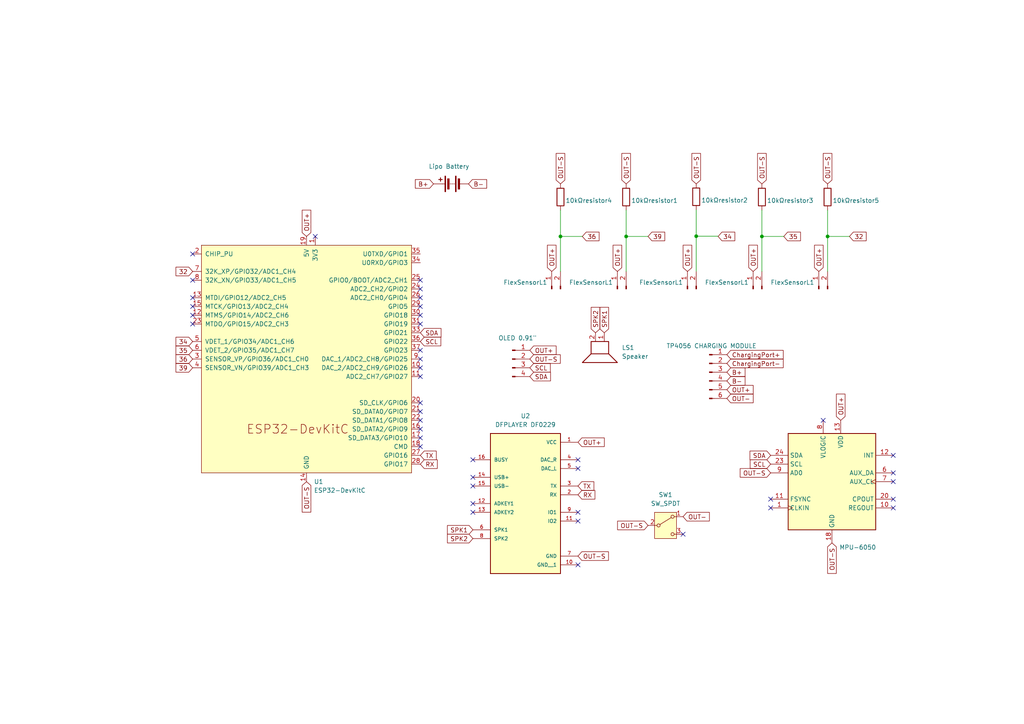
<source format=kicad_sch>
(kicad_sch
	(version 20250114)
	(generator "eeschema")
	(generator_version "9.0")
	(uuid "f011fecc-b24e-4db3-a48a-017ddba9bb74")
	(paper "A4")
	(lib_symbols
		(symbol "Connector:Conn_01x02_Pin"
			(pin_names
				(offset 1.016)
				(hide yes)
			)
			(exclude_from_sim no)
			(in_bom yes)
			(on_board yes)
			(property "Reference" "J"
				(at 0 2.54 0)
				(effects
					(font
						(size 1.27 1.27)
					)
				)
			)
			(property "Value" "Conn_01x02_Pin"
				(at 0 -5.08 0)
				(effects
					(font
						(size 1.27 1.27)
					)
				)
			)
			(property "Footprint" ""
				(at 0 0 0)
				(effects
					(font
						(size 1.27 1.27)
					)
					(hide yes)
				)
			)
			(property "Datasheet" "~"
				(at 0 0 0)
				(effects
					(font
						(size 1.27 1.27)
					)
					(hide yes)
				)
			)
			(property "Description" "Generic connector, single row, 01x02, script generated"
				(at 0 0 0)
				(effects
					(font
						(size 1.27 1.27)
					)
					(hide yes)
				)
			)
			(property "ki_locked" ""
				(at 0 0 0)
				(effects
					(font
						(size 1.27 1.27)
					)
				)
			)
			(property "ki_keywords" "connector"
				(at 0 0 0)
				(effects
					(font
						(size 1.27 1.27)
					)
					(hide yes)
				)
			)
			(property "ki_fp_filters" "Connector*:*_1x??_*"
				(at 0 0 0)
				(effects
					(font
						(size 1.27 1.27)
					)
					(hide yes)
				)
			)
			(symbol "Conn_01x02_Pin_1_1"
				(rectangle
					(start 0.8636 0.127)
					(end 0 -0.127)
					(stroke
						(width 0.1524)
						(type default)
					)
					(fill
						(type outline)
					)
				)
				(rectangle
					(start 0.8636 -2.413)
					(end 0 -2.667)
					(stroke
						(width 0.1524)
						(type default)
					)
					(fill
						(type outline)
					)
				)
				(polyline
					(pts
						(xy 1.27 0) (xy 0.8636 0)
					)
					(stroke
						(width 0.1524)
						(type default)
					)
					(fill
						(type none)
					)
				)
				(polyline
					(pts
						(xy 1.27 -2.54) (xy 0.8636 -2.54)
					)
					(stroke
						(width 0.1524)
						(type default)
					)
					(fill
						(type none)
					)
				)
				(pin passive line
					(at 5.08 0 180)
					(length 3.81)
					(name "Pin_1"
						(effects
							(font
								(size 1.27 1.27)
							)
						)
					)
					(number "1"
						(effects
							(font
								(size 1.27 1.27)
							)
						)
					)
				)
				(pin passive line
					(at 5.08 -2.54 180)
					(length 3.81)
					(name "Pin_2"
						(effects
							(font
								(size 1.27 1.27)
							)
						)
					)
					(number "2"
						(effects
							(font
								(size 1.27 1.27)
							)
						)
					)
				)
			)
			(embedded_fonts no)
		)
		(symbol "Connector:Conn_01x04_Pin"
			(pin_names
				(offset 1.016)
				(hide yes)
			)
			(exclude_from_sim no)
			(in_bom yes)
			(on_board yes)
			(property "Reference" "J"
				(at 0 5.08 0)
				(effects
					(font
						(size 1.27 1.27)
					)
				)
			)
			(property "Value" "Conn_01x04_Pin"
				(at 0 -7.62 0)
				(effects
					(font
						(size 1.27 1.27)
					)
				)
			)
			(property "Footprint" ""
				(at 0 0 0)
				(effects
					(font
						(size 1.27 1.27)
					)
					(hide yes)
				)
			)
			(property "Datasheet" "~"
				(at 0 0 0)
				(effects
					(font
						(size 1.27 1.27)
					)
					(hide yes)
				)
			)
			(property "Description" "Generic connector, single row, 01x04, script generated"
				(at 0 0 0)
				(effects
					(font
						(size 1.27 1.27)
					)
					(hide yes)
				)
			)
			(property "ki_locked" ""
				(at 0 0 0)
				(effects
					(font
						(size 1.27 1.27)
					)
				)
			)
			(property "ki_keywords" "connector"
				(at 0 0 0)
				(effects
					(font
						(size 1.27 1.27)
					)
					(hide yes)
				)
			)
			(property "ki_fp_filters" "Connector*:*_1x??_*"
				(at 0 0 0)
				(effects
					(font
						(size 1.27 1.27)
					)
					(hide yes)
				)
			)
			(symbol "Conn_01x04_Pin_1_1"
				(rectangle
					(start 0.8636 2.667)
					(end 0 2.413)
					(stroke
						(width 0.1524)
						(type default)
					)
					(fill
						(type outline)
					)
				)
				(rectangle
					(start 0.8636 0.127)
					(end 0 -0.127)
					(stroke
						(width 0.1524)
						(type default)
					)
					(fill
						(type outline)
					)
				)
				(rectangle
					(start 0.8636 -2.413)
					(end 0 -2.667)
					(stroke
						(width 0.1524)
						(type default)
					)
					(fill
						(type outline)
					)
				)
				(rectangle
					(start 0.8636 -4.953)
					(end 0 -5.207)
					(stroke
						(width 0.1524)
						(type default)
					)
					(fill
						(type outline)
					)
				)
				(polyline
					(pts
						(xy 1.27 2.54) (xy 0.8636 2.54)
					)
					(stroke
						(width 0.1524)
						(type default)
					)
					(fill
						(type none)
					)
				)
				(polyline
					(pts
						(xy 1.27 0) (xy 0.8636 0)
					)
					(stroke
						(width 0.1524)
						(type default)
					)
					(fill
						(type none)
					)
				)
				(polyline
					(pts
						(xy 1.27 -2.54) (xy 0.8636 -2.54)
					)
					(stroke
						(width 0.1524)
						(type default)
					)
					(fill
						(type none)
					)
				)
				(polyline
					(pts
						(xy 1.27 -5.08) (xy 0.8636 -5.08)
					)
					(stroke
						(width 0.1524)
						(type default)
					)
					(fill
						(type none)
					)
				)
				(pin passive line
					(at 5.08 2.54 180)
					(length 3.81)
					(name "Pin_1"
						(effects
							(font
								(size 1.27 1.27)
							)
						)
					)
					(number "1"
						(effects
							(font
								(size 1.27 1.27)
							)
						)
					)
				)
				(pin passive line
					(at 5.08 0 180)
					(length 3.81)
					(name "Pin_2"
						(effects
							(font
								(size 1.27 1.27)
							)
						)
					)
					(number "2"
						(effects
							(font
								(size 1.27 1.27)
							)
						)
					)
				)
				(pin passive line
					(at 5.08 -2.54 180)
					(length 3.81)
					(name "Pin_3"
						(effects
							(font
								(size 1.27 1.27)
							)
						)
					)
					(number "3"
						(effects
							(font
								(size 1.27 1.27)
							)
						)
					)
				)
				(pin passive line
					(at 5.08 -5.08 180)
					(length 3.81)
					(name "Pin_4"
						(effects
							(font
								(size 1.27 1.27)
							)
						)
					)
					(number "4"
						(effects
							(font
								(size 1.27 1.27)
							)
						)
					)
				)
			)
			(embedded_fonts no)
		)
		(symbol "Connector:Conn_01x06_Pin"
			(pin_names
				(offset 1.016)
				(hide yes)
			)
			(exclude_from_sim no)
			(in_bom yes)
			(on_board yes)
			(property "Reference" "J"
				(at 0 7.62 0)
				(effects
					(font
						(size 1.27 1.27)
					)
				)
			)
			(property "Value" "Conn_01x06_Pin"
				(at 0 -10.16 0)
				(effects
					(font
						(size 1.27 1.27)
					)
				)
			)
			(property "Footprint" ""
				(at 0 0 0)
				(effects
					(font
						(size 1.27 1.27)
					)
					(hide yes)
				)
			)
			(property "Datasheet" "~"
				(at 0 0 0)
				(effects
					(font
						(size 1.27 1.27)
					)
					(hide yes)
				)
			)
			(property "Description" "Generic connector, single row, 01x06, script generated"
				(at 0 0 0)
				(effects
					(font
						(size 1.27 1.27)
					)
					(hide yes)
				)
			)
			(property "ki_locked" ""
				(at 0 0 0)
				(effects
					(font
						(size 1.27 1.27)
					)
				)
			)
			(property "ki_keywords" "connector"
				(at 0 0 0)
				(effects
					(font
						(size 1.27 1.27)
					)
					(hide yes)
				)
			)
			(property "ki_fp_filters" "Connector*:*_1x??_*"
				(at 0 0 0)
				(effects
					(font
						(size 1.27 1.27)
					)
					(hide yes)
				)
			)
			(symbol "Conn_01x06_Pin_1_1"
				(rectangle
					(start 0.8636 5.207)
					(end 0 4.953)
					(stroke
						(width 0.1524)
						(type default)
					)
					(fill
						(type outline)
					)
				)
				(rectangle
					(start 0.8636 2.667)
					(end 0 2.413)
					(stroke
						(width 0.1524)
						(type default)
					)
					(fill
						(type outline)
					)
				)
				(rectangle
					(start 0.8636 0.127)
					(end 0 -0.127)
					(stroke
						(width 0.1524)
						(type default)
					)
					(fill
						(type outline)
					)
				)
				(rectangle
					(start 0.8636 -2.413)
					(end 0 -2.667)
					(stroke
						(width 0.1524)
						(type default)
					)
					(fill
						(type outline)
					)
				)
				(rectangle
					(start 0.8636 -4.953)
					(end 0 -5.207)
					(stroke
						(width 0.1524)
						(type default)
					)
					(fill
						(type outline)
					)
				)
				(rectangle
					(start 0.8636 -7.493)
					(end 0 -7.747)
					(stroke
						(width 0.1524)
						(type default)
					)
					(fill
						(type outline)
					)
				)
				(polyline
					(pts
						(xy 1.27 5.08) (xy 0.8636 5.08)
					)
					(stroke
						(width 0.1524)
						(type default)
					)
					(fill
						(type none)
					)
				)
				(polyline
					(pts
						(xy 1.27 2.54) (xy 0.8636 2.54)
					)
					(stroke
						(width 0.1524)
						(type default)
					)
					(fill
						(type none)
					)
				)
				(polyline
					(pts
						(xy 1.27 0) (xy 0.8636 0)
					)
					(stroke
						(width 0.1524)
						(type default)
					)
					(fill
						(type none)
					)
				)
				(polyline
					(pts
						(xy 1.27 -2.54) (xy 0.8636 -2.54)
					)
					(stroke
						(width 0.1524)
						(type default)
					)
					(fill
						(type none)
					)
				)
				(polyline
					(pts
						(xy 1.27 -5.08) (xy 0.8636 -5.08)
					)
					(stroke
						(width 0.1524)
						(type default)
					)
					(fill
						(type none)
					)
				)
				(polyline
					(pts
						(xy 1.27 -7.62) (xy 0.8636 -7.62)
					)
					(stroke
						(width 0.1524)
						(type default)
					)
					(fill
						(type none)
					)
				)
				(pin passive line
					(at 5.08 5.08 180)
					(length 3.81)
					(name "Pin_1"
						(effects
							(font
								(size 1.27 1.27)
							)
						)
					)
					(number "1"
						(effects
							(font
								(size 1.27 1.27)
							)
						)
					)
				)
				(pin passive line
					(at 5.08 2.54 180)
					(length 3.81)
					(name "Pin_2"
						(effects
							(font
								(size 1.27 1.27)
							)
						)
					)
					(number "2"
						(effects
							(font
								(size 1.27 1.27)
							)
						)
					)
				)
				(pin passive line
					(at 5.08 0 180)
					(length 3.81)
					(name "Pin_3"
						(effects
							(font
								(size 1.27 1.27)
							)
						)
					)
					(number "3"
						(effects
							(font
								(size 1.27 1.27)
							)
						)
					)
				)
				(pin passive line
					(at 5.08 -2.54 180)
					(length 3.81)
					(name "Pin_4"
						(effects
							(font
								(size 1.27 1.27)
							)
						)
					)
					(number "4"
						(effects
							(font
								(size 1.27 1.27)
							)
						)
					)
				)
				(pin passive line
					(at 5.08 -5.08 180)
					(length 3.81)
					(name "Pin_5"
						(effects
							(font
								(size 1.27 1.27)
							)
						)
					)
					(number "5"
						(effects
							(font
								(size 1.27 1.27)
							)
						)
					)
				)
				(pin passive line
					(at 5.08 -7.62 180)
					(length 3.81)
					(name "Pin_6"
						(effects
							(font
								(size 1.27 1.27)
							)
						)
					)
					(number "6"
						(effects
							(font
								(size 1.27 1.27)
							)
						)
					)
				)
			)
			(embedded_fonts no)
		)
		(symbol "DFR0299:DFR0299"
			(pin_names
				(offset 1.016)
			)
			(exclude_from_sim no)
			(in_bom yes)
			(on_board yes)
			(property "Reference" "U"
				(at -10.16 18.542 0)
				(effects
					(font
						(size 1.27 1.27)
					)
					(justify left bottom)
				)
			)
			(property "Value" "DFR0299"
				(at -10.16 -25.4 0)
				(effects
					(font
						(size 1.27 1.27)
					)
					(justify left bottom)
				)
			)
			(property "Footprint" "DFR0299:MODULE_DFR0299"
				(at 0 0 0)
				(effects
					(font
						(size 1.27 1.27)
					)
					(justify bottom)
					(hide yes)
				)
			)
			(property "Datasheet" ""
				(at 0 0 0)
				(effects
					(font
						(size 1.27 1.27)
					)
					(hide yes)
				)
			)
			(property "Description" "Dfplayer - a Mini Mp3 Player"
				(at 0 0 0)
				(effects
					(font
						(size 1.27 1.27)
					)
					(justify bottom)
					(hide yes)
				)
			)
			(property "MF" "DFRobot"
				(at 0 0 0)
				(effects
					(font
						(size 1.27 1.27)
					)
					(justify bottom)
					(hide yes)
				)
			)
			(property "PACKAGE" "None"
				(at 0 0 0)
				(effects
					(font
						(size 1.27 1.27)
					)
					(justify bottom)
					(hide yes)
				)
			)
			(property "PRICE" "None"
				(at 0 0 0)
				(effects
					(font
						(size 1.27 1.27)
					)
					(justify bottom)
					(hide yes)
				)
			)
			(property "MP" "DFR0299"
				(at 0 0 0)
				(effects
					(font
						(size 1.27 1.27)
					)
					(justify bottom)
					(hide yes)
				)
			)
			(property "AVAILABILITY" "Unavailable"
				(at 0 0 0)
				(effects
					(font
						(size 1.27 1.27)
					)
					(justify bottom)
					(hide yes)
				)
			)
			(symbol "DFR0299_0_0"
				(rectangle
					(start -10.16 -22.86)
					(end 10.16 17.78)
					(stroke
						(width 0.254)
						(type default)
					)
					(fill
						(type background)
					)
				)
				(pin input line
					(at -15.24 10.16 0)
					(length 5.08)
					(name "BUSY"
						(effects
							(font
								(size 1.016 1.016)
							)
						)
					)
					(number "16"
						(effects
							(font
								(size 1.016 1.016)
							)
						)
					)
				)
				(pin input line
					(at -15.24 5.08 0)
					(length 5.08)
					(name "USB+"
						(effects
							(font
								(size 1.016 1.016)
							)
						)
					)
					(number "14"
						(effects
							(font
								(size 1.016 1.016)
							)
						)
					)
				)
				(pin input line
					(at -15.24 2.54 0)
					(length 5.08)
					(name "USB-"
						(effects
							(font
								(size 1.016 1.016)
							)
						)
					)
					(number "15"
						(effects
							(font
								(size 1.016 1.016)
							)
						)
					)
				)
				(pin input line
					(at -15.24 -2.54 0)
					(length 5.08)
					(name "ADKEY1"
						(effects
							(font
								(size 1.016 1.016)
							)
						)
					)
					(number "12"
						(effects
							(font
								(size 1.016 1.016)
							)
						)
					)
				)
				(pin input line
					(at -15.24 -5.08 0)
					(length 5.08)
					(name "ADKEY2"
						(effects
							(font
								(size 1.016 1.016)
							)
						)
					)
					(number "13"
						(effects
							(font
								(size 1.016 1.016)
							)
						)
					)
				)
				(pin passive line
					(at -15.24 -10.16 0)
					(length 5.08)
					(name "SPK1"
						(effects
							(font
								(size 1.016 1.016)
							)
						)
					)
					(number "6"
						(effects
							(font
								(size 1.016 1.016)
							)
						)
					)
				)
				(pin passive line
					(at -15.24 -12.7 0)
					(length 5.08)
					(name "SPK2"
						(effects
							(font
								(size 1.016 1.016)
							)
						)
					)
					(number "8"
						(effects
							(font
								(size 1.016 1.016)
							)
						)
					)
				)
				(pin power_in line
					(at 15.24 15.24 180)
					(length 5.08)
					(name "VCC"
						(effects
							(font
								(size 1.016 1.016)
							)
						)
					)
					(number "1"
						(effects
							(font
								(size 1.016 1.016)
							)
						)
					)
				)
				(pin output line
					(at 15.24 10.16 180)
					(length 5.08)
					(name "DAC_R"
						(effects
							(font
								(size 1.016 1.016)
							)
						)
					)
					(number "4"
						(effects
							(font
								(size 1.016 1.016)
							)
						)
					)
				)
				(pin output line
					(at 15.24 7.62 180)
					(length 5.08)
					(name "DAC_L"
						(effects
							(font
								(size 1.016 1.016)
							)
						)
					)
					(number "5"
						(effects
							(font
								(size 1.016 1.016)
							)
						)
					)
				)
				(pin output line
					(at 15.24 2.54 180)
					(length 5.08)
					(name "TX"
						(effects
							(font
								(size 1.016 1.016)
							)
						)
					)
					(number "3"
						(effects
							(font
								(size 1.016 1.016)
							)
						)
					)
				)
				(pin input line
					(at 15.24 0 180)
					(length 5.08)
					(name "RX"
						(effects
							(font
								(size 1.016 1.016)
							)
						)
					)
					(number "2"
						(effects
							(font
								(size 1.016 1.016)
							)
						)
					)
				)
				(pin bidirectional line
					(at 15.24 -5.08 180)
					(length 5.08)
					(name "IO1"
						(effects
							(font
								(size 1.016 1.016)
							)
						)
					)
					(number "9"
						(effects
							(font
								(size 1.016 1.016)
							)
						)
					)
				)
				(pin bidirectional line
					(at 15.24 -7.62 180)
					(length 5.08)
					(name "IO2"
						(effects
							(font
								(size 1.016 1.016)
							)
						)
					)
					(number "11"
						(effects
							(font
								(size 1.016 1.016)
							)
						)
					)
				)
				(pin power_in line
					(at 15.24 -17.78 180)
					(length 5.08)
					(name "GND"
						(effects
							(font
								(size 1.016 1.016)
							)
						)
					)
					(number "7"
						(effects
							(font
								(size 1.016 1.016)
							)
						)
					)
				)
				(pin power_in line
					(at 15.24 -20.32 180)
					(length 5.08)
					(name "GND__1"
						(effects
							(font
								(size 1.016 1.016)
							)
						)
					)
					(number "10"
						(effects
							(font
								(size 1.016 1.016)
							)
						)
					)
				)
			)
			(embedded_fonts no)
		)
		(symbol "Device:Battery"
			(pin_numbers
				(hide yes)
			)
			(pin_names
				(offset 0)
				(hide yes)
			)
			(exclude_from_sim no)
			(in_bom yes)
			(on_board yes)
			(property "Reference" "BT"
				(at 2.54 2.54 0)
				(effects
					(font
						(size 1.27 1.27)
					)
					(justify left)
				)
			)
			(property "Value" "Battery"
				(at 2.54 0 0)
				(effects
					(font
						(size 1.27 1.27)
					)
					(justify left)
				)
			)
			(property "Footprint" ""
				(at 0 1.524 90)
				(effects
					(font
						(size 1.27 1.27)
					)
					(hide yes)
				)
			)
			(property "Datasheet" "~"
				(at 0 1.524 90)
				(effects
					(font
						(size 1.27 1.27)
					)
					(hide yes)
				)
			)
			(property "Description" "Multiple-cell battery"
				(at 0 0 0)
				(effects
					(font
						(size 1.27 1.27)
					)
					(hide yes)
				)
			)
			(property "ki_keywords" "batt voltage-source cell"
				(at 0 0 0)
				(effects
					(font
						(size 1.27 1.27)
					)
					(hide yes)
				)
			)
			(symbol "Battery_0_1"
				(rectangle
					(start -2.286 1.778)
					(end 2.286 1.524)
					(stroke
						(width 0)
						(type default)
					)
					(fill
						(type outline)
					)
				)
				(rectangle
					(start -2.286 -1.27)
					(end 2.286 -1.524)
					(stroke
						(width 0)
						(type default)
					)
					(fill
						(type outline)
					)
				)
				(rectangle
					(start -1.524 1.016)
					(end 1.524 0.508)
					(stroke
						(width 0)
						(type default)
					)
					(fill
						(type outline)
					)
				)
				(rectangle
					(start -1.524 -2.032)
					(end 1.524 -2.54)
					(stroke
						(width 0)
						(type default)
					)
					(fill
						(type outline)
					)
				)
				(polyline
					(pts
						(xy 0 1.778) (xy 0 2.54)
					)
					(stroke
						(width 0)
						(type default)
					)
					(fill
						(type none)
					)
				)
				(polyline
					(pts
						(xy 0 0) (xy 0 0.254)
					)
					(stroke
						(width 0)
						(type default)
					)
					(fill
						(type none)
					)
				)
				(polyline
					(pts
						(xy 0 -0.508) (xy 0 -0.254)
					)
					(stroke
						(width 0)
						(type default)
					)
					(fill
						(type none)
					)
				)
				(polyline
					(pts
						(xy 0 -1.016) (xy 0 -0.762)
					)
					(stroke
						(width 0)
						(type default)
					)
					(fill
						(type none)
					)
				)
				(polyline
					(pts
						(xy 0.762 3.048) (xy 1.778 3.048)
					)
					(stroke
						(width 0.254)
						(type default)
					)
					(fill
						(type none)
					)
				)
				(polyline
					(pts
						(xy 1.27 3.556) (xy 1.27 2.54)
					)
					(stroke
						(width 0.254)
						(type default)
					)
					(fill
						(type none)
					)
				)
			)
			(symbol "Battery_1_1"
				(pin passive line
					(at 0 5.08 270)
					(length 2.54)
					(name "+"
						(effects
							(font
								(size 1.27 1.27)
							)
						)
					)
					(number "1"
						(effects
							(font
								(size 1.27 1.27)
							)
						)
					)
				)
				(pin passive line
					(at 0 -5.08 90)
					(length 2.54)
					(name "-"
						(effects
							(font
								(size 1.27 1.27)
							)
						)
					)
					(number "2"
						(effects
							(font
								(size 1.27 1.27)
							)
						)
					)
				)
			)
			(embedded_fonts no)
		)
		(symbol "Device:R"
			(pin_numbers
				(hide yes)
			)
			(pin_names
				(offset 0)
			)
			(exclude_from_sim no)
			(in_bom yes)
			(on_board yes)
			(property "Reference" "R"
				(at 2.032 0 90)
				(effects
					(font
						(size 1.27 1.27)
					)
				)
			)
			(property "Value" "R"
				(at 0 0 90)
				(effects
					(font
						(size 1.27 1.27)
					)
				)
			)
			(property "Footprint" ""
				(at -1.778 0 90)
				(effects
					(font
						(size 1.27 1.27)
					)
					(hide yes)
				)
			)
			(property "Datasheet" "~"
				(at 0 0 0)
				(effects
					(font
						(size 1.27 1.27)
					)
					(hide yes)
				)
			)
			(property "Description" "Resistor"
				(at 0 0 0)
				(effects
					(font
						(size 1.27 1.27)
					)
					(hide yes)
				)
			)
			(property "ki_keywords" "R res resistor"
				(at 0 0 0)
				(effects
					(font
						(size 1.27 1.27)
					)
					(hide yes)
				)
			)
			(property "ki_fp_filters" "R_*"
				(at 0 0 0)
				(effects
					(font
						(size 1.27 1.27)
					)
					(hide yes)
				)
			)
			(symbol "R_0_1"
				(rectangle
					(start -1.016 -2.54)
					(end 1.016 2.54)
					(stroke
						(width 0.254)
						(type default)
					)
					(fill
						(type none)
					)
				)
			)
			(symbol "R_1_1"
				(pin passive line
					(at 0 3.81 270)
					(length 1.27)
					(name "~"
						(effects
							(font
								(size 1.27 1.27)
							)
						)
					)
					(number "1"
						(effects
							(font
								(size 1.27 1.27)
							)
						)
					)
				)
				(pin passive line
					(at 0 -3.81 90)
					(length 1.27)
					(name "~"
						(effects
							(font
								(size 1.27 1.27)
							)
						)
					)
					(number "2"
						(effects
							(font
								(size 1.27 1.27)
							)
						)
					)
				)
			)
			(embedded_fonts no)
		)
		(symbol "Device:Speaker"
			(pin_names
				(offset 0)
				(hide yes)
			)
			(exclude_from_sim no)
			(in_bom yes)
			(on_board yes)
			(property "Reference" "LS"
				(at 1.27 5.715 0)
				(effects
					(font
						(size 1.27 1.27)
					)
					(justify right)
				)
			)
			(property "Value" "Speaker"
				(at 1.27 3.81 0)
				(effects
					(font
						(size 1.27 1.27)
					)
					(justify right)
				)
			)
			(property "Footprint" ""
				(at 0 -5.08 0)
				(effects
					(font
						(size 1.27 1.27)
					)
					(hide yes)
				)
			)
			(property "Datasheet" "~"
				(at -0.254 -1.27 0)
				(effects
					(font
						(size 1.27 1.27)
					)
					(hide yes)
				)
			)
			(property "Description" "Speaker"
				(at 0 0 0)
				(effects
					(font
						(size 1.27 1.27)
					)
					(hide yes)
				)
			)
			(property "ki_keywords" "speaker sound"
				(at 0 0 0)
				(effects
					(font
						(size 1.27 1.27)
					)
					(hide yes)
				)
			)
			(symbol "Speaker_0_0"
				(rectangle
					(start -2.54 1.27)
					(end 1.016 -3.81)
					(stroke
						(width 0.254)
						(type default)
					)
					(fill
						(type none)
					)
				)
				(polyline
					(pts
						(xy 1.016 1.27) (xy 3.556 3.81) (xy 3.556 -6.35) (xy 1.016 -3.81)
					)
					(stroke
						(width 0.254)
						(type default)
					)
					(fill
						(type none)
					)
				)
			)
			(symbol "Speaker_1_1"
				(pin input line
					(at -5.08 0 0)
					(length 2.54)
					(name "1"
						(effects
							(font
								(size 1.27 1.27)
							)
						)
					)
					(number "1"
						(effects
							(font
								(size 1.27 1.27)
							)
						)
					)
				)
				(pin input line
					(at -5.08 -2.54 0)
					(length 2.54)
					(name "2"
						(effects
							(font
								(size 1.27 1.27)
							)
						)
					)
					(number "2"
						(effects
							(font
								(size 1.27 1.27)
							)
						)
					)
				)
			)
			(embedded_fonts no)
		)
		(symbol "Espressif:ESP32-DevKitC"
			(pin_names
				(offset 1.016)
			)
			(exclude_from_sim no)
			(in_bom yes)
			(on_board yes)
			(property "Reference" "U"
				(at -30.48 38.1 0)
				(effects
					(font
						(size 1.27 1.27)
					)
					(justify left)
				)
			)
			(property "Value" "ESP32-DevKitC"
				(at -30.48 35.56 0)
				(effects
					(font
						(size 1.27 1.27)
					)
					(justify left)
				)
			)
			(property "Footprint" "PCM_Espressif:ESP32-DevKitC"
				(at 0 -43.18 0)
				(effects
					(font
						(size 1.27 1.27)
					)
					(hide yes)
				)
			)
			(property "Datasheet" "https://docs.espressif.com/projects/esp-idf/zh_CN/latest/esp32/hw-reference/esp32/get-started-devkitc.html"
				(at 0 -45.72 0)
				(effects
					(font
						(size 1.27 1.27)
					)
					(hide yes)
				)
			)
			(property "Description" "Development Kit"
				(at 0 0 0)
				(effects
					(font
						(size 1.27 1.27)
					)
					(hide yes)
				)
			)
			(property "ki_keywords" "ESP32"
				(at 0 0 0)
				(effects
					(font
						(size 1.27 1.27)
					)
					(hide yes)
				)
			)
			(symbol "ESP32-DevKitC_0_0"
				(text "ESP32-DevKitC"
					(at -2.54 -20.32 0)
					(effects
						(font
							(size 2.54 2.54)
						)
					)
				)
				(pin power_in line
					(at 0 35.56 270)
					(length 2.54)
					(name "5V"
						(effects
							(font
								(size 1.27 1.27)
							)
						)
					)
					(number "19"
						(effects
							(font
								(size 1.27 1.27)
							)
						)
					)
				)
				(pin power_in line
					(at 0 -35.56 90)
					(length 2.54)
					(name "GND"
						(effects
							(font
								(size 1.27 1.27)
							)
						)
					)
					(number "14"
						(effects
							(font
								(size 1.27 1.27)
							)
						)
					)
				)
			)
			(symbol "ESP32-DevKitC_0_1"
				(rectangle
					(start -30.48 33.02)
					(end 30.48 -33.02)
					(stroke
						(width 0)
						(type default)
					)
					(fill
						(type background)
					)
				)
			)
			(symbol "ESP32-DevKitC_1_1"
				(pin input line
					(at -33.02 30.48 0)
					(length 2.54)
					(name "CHIP_PU"
						(effects
							(font
								(size 1.27 1.27)
							)
						)
					)
					(number "2"
						(effects
							(font
								(size 1.27 1.27)
							)
						)
					)
				)
				(pin bidirectional line
					(at -33.02 25.4 0)
					(length 2.54)
					(name "32K_XP/GPIO32/ADC1_CH4"
						(effects
							(font
								(size 1.27 1.27)
							)
						)
					)
					(number "7"
						(effects
							(font
								(size 1.27 1.27)
							)
						)
					)
				)
				(pin bidirectional line
					(at -33.02 22.86 0)
					(length 2.54)
					(name "32K_XN/GPIO33/ADC1_CH5"
						(effects
							(font
								(size 1.27 1.27)
							)
						)
					)
					(number "8"
						(effects
							(font
								(size 1.27 1.27)
							)
						)
					)
				)
				(pin bidirectional line
					(at -33.02 17.78 0)
					(length 2.54)
					(name "MTDI/GPIO12/ADC2_CH5"
						(effects
							(font
								(size 1.27 1.27)
							)
						)
					)
					(number "13"
						(effects
							(font
								(size 1.27 1.27)
							)
						)
					)
				)
				(pin bidirectional line
					(at -33.02 15.24 0)
					(length 2.54)
					(name "MTCK/GPIO13/ADC2_CH4"
						(effects
							(font
								(size 1.27 1.27)
							)
						)
					)
					(number "15"
						(effects
							(font
								(size 1.27 1.27)
							)
						)
					)
				)
				(pin bidirectional line
					(at -33.02 12.7 0)
					(length 2.54)
					(name "MTMS/GPIO14/ADC2_CH6"
						(effects
							(font
								(size 1.27 1.27)
							)
						)
					)
					(number "12"
						(effects
							(font
								(size 1.27 1.27)
							)
						)
					)
				)
				(pin bidirectional line
					(at -33.02 10.16 0)
					(length 2.54)
					(name "MTDO/GPIO15/ADC2_CH3"
						(effects
							(font
								(size 1.27 1.27)
							)
						)
					)
					(number "23"
						(effects
							(font
								(size 1.27 1.27)
							)
						)
					)
				)
				(pin input line
					(at -33.02 5.08 0)
					(length 2.54)
					(name "VDET_1/GPIO34/ADC1_CH6"
						(effects
							(font
								(size 1.27 1.27)
							)
						)
					)
					(number "5"
						(effects
							(font
								(size 1.27 1.27)
							)
						)
					)
				)
				(pin input line
					(at -33.02 2.54 0)
					(length 2.54)
					(name "VDET_2/GPIO35/ADC1_CH7"
						(effects
							(font
								(size 1.27 1.27)
							)
						)
					)
					(number "6"
						(effects
							(font
								(size 1.27 1.27)
							)
						)
					)
				)
				(pin input line
					(at -33.02 0 0)
					(length 2.54)
					(name "SENSOR_VP/GPIO36/ADC1_CH0"
						(effects
							(font
								(size 1.27 1.27)
							)
						)
					)
					(number "3"
						(effects
							(font
								(size 1.27 1.27)
							)
						)
					)
				)
				(pin input line
					(at -33.02 -2.54 0)
					(length 2.54)
					(name "SENSOR_VN/GPIO39/ADC1_CH3"
						(effects
							(font
								(size 1.27 1.27)
							)
						)
					)
					(number "4"
						(effects
							(font
								(size 1.27 1.27)
							)
						)
					)
				)
				(pin passive line
					(at 0 -35.56 90)
					(length 2.54)
					(hide yes)
					(name "GND"
						(effects
							(font
								(size 1.27 1.27)
							)
						)
					)
					(number "32"
						(effects
							(font
								(size 1.27 1.27)
							)
						)
					)
				)
				(pin passive line
					(at 0 -35.56 90)
					(length 2.54)
					(hide yes)
					(name "GND"
						(effects
							(font
								(size 1.27 1.27)
							)
						)
					)
					(number "38"
						(effects
							(font
								(size 1.27 1.27)
							)
						)
					)
				)
				(pin power_in line
					(at 2.54 35.56 270)
					(length 2.54)
					(name "3V3"
						(effects
							(font
								(size 1.27 1.27)
							)
						)
					)
					(number "1"
						(effects
							(font
								(size 1.27 1.27)
							)
						)
					)
				)
				(pin bidirectional line
					(at 33.02 30.48 180)
					(length 2.54)
					(name "U0TXD/GPIO1"
						(effects
							(font
								(size 1.27 1.27)
							)
						)
					)
					(number "35"
						(effects
							(font
								(size 1.27 1.27)
							)
						)
					)
				)
				(pin bidirectional line
					(at 33.02 27.94 180)
					(length 2.54)
					(name "U0RXD/GPIO3"
						(effects
							(font
								(size 1.27 1.27)
							)
						)
					)
					(number "34"
						(effects
							(font
								(size 1.27 1.27)
							)
						)
					)
				)
				(pin bidirectional line
					(at 33.02 22.86 180)
					(length 2.54)
					(name "GPIO0/BOOT/ADC2_CH1"
						(effects
							(font
								(size 1.27 1.27)
							)
						)
					)
					(number "25"
						(effects
							(font
								(size 1.27 1.27)
							)
						)
					)
				)
				(pin bidirectional line
					(at 33.02 20.32 180)
					(length 2.54)
					(name "ADC2_CH2/GPIO2"
						(effects
							(font
								(size 1.27 1.27)
							)
						)
					)
					(number "24"
						(effects
							(font
								(size 1.27 1.27)
							)
						)
					)
				)
				(pin bidirectional line
					(at 33.02 17.78 180)
					(length 2.54)
					(name "ADC2_CH0/GPIO4"
						(effects
							(font
								(size 1.27 1.27)
							)
						)
					)
					(number "26"
						(effects
							(font
								(size 1.27 1.27)
							)
						)
					)
				)
				(pin bidirectional line
					(at 33.02 15.24 180)
					(length 2.54)
					(name "GPIO5"
						(effects
							(font
								(size 1.27 1.27)
							)
						)
					)
					(number "29"
						(effects
							(font
								(size 1.27 1.27)
							)
						)
					)
				)
				(pin bidirectional line
					(at 33.02 12.7 180)
					(length 2.54)
					(name "GPIO18"
						(effects
							(font
								(size 1.27 1.27)
							)
						)
					)
					(number "30"
						(effects
							(font
								(size 1.27 1.27)
							)
						)
					)
				)
				(pin bidirectional line
					(at 33.02 10.16 180)
					(length 2.54)
					(name "GPIO19"
						(effects
							(font
								(size 1.27 1.27)
							)
						)
					)
					(number "31"
						(effects
							(font
								(size 1.27 1.27)
							)
						)
					)
				)
				(pin bidirectional line
					(at 33.02 7.62 180)
					(length 2.54)
					(name "GPIO21"
						(effects
							(font
								(size 1.27 1.27)
							)
						)
					)
					(number "33"
						(effects
							(font
								(size 1.27 1.27)
							)
						)
					)
				)
				(pin bidirectional line
					(at 33.02 5.08 180)
					(length 2.54)
					(name "GPIO22"
						(effects
							(font
								(size 1.27 1.27)
							)
						)
					)
					(number "36"
						(effects
							(font
								(size 1.27 1.27)
							)
						)
					)
				)
				(pin bidirectional line
					(at 33.02 2.54 180)
					(length 2.54)
					(name "GPIO23"
						(effects
							(font
								(size 1.27 1.27)
							)
						)
					)
					(number "37"
						(effects
							(font
								(size 1.27 1.27)
							)
						)
					)
				)
				(pin bidirectional line
					(at 33.02 0 180)
					(length 2.54)
					(name "DAC_1/ADC2_CH8/GPIO25"
						(effects
							(font
								(size 1.27 1.27)
							)
						)
					)
					(number "9"
						(effects
							(font
								(size 1.27 1.27)
							)
						)
					)
				)
				(pin bidirectional line
					(at 33.02 -2.54 180)
					(length 2.54)
					(name "DAC_2/ADC2_CH9/GPIO26"
						(effects
							(font
								(size 1.27 1.27)
							)
						)
					)
					(number "10"
						(effects
							(font
								(size 1.27 1.27)
							)
						)
					)
				)
				(pin bidirectional line
					(at 33.02 -5.08 180)
					(length 2.54)
					(name "ADC2_CH7/GPIO27"
						(effects
							(font
								(size 1.27 1.27)
							)
						)
					)
					(number "11"
						(effects
							(font
								(size 1.27 1.27)
							)
						)
					)
				)
				(pin bidirectional line
					(at 33.02 -12.7 180)
					(length 2.54)
					(name "SD_CLK/GPIO6"
						(effects
							(font
								(size 1.27 1.27)
							)
						)
					)
					(number "20"
						(effects
							(font
								(size 1.27 1.27)
							)
						)
					)
				)
				(pin bidirectional line
					(at 33.02 -15.24 180)
					(length 2.54)
					(name "SD_DATA0/GPIO7"
						(effects
							(font
								(size 1.27 1.27)
							)
						)
					)
					(number "21"
						(effects
							(font
								(size 1.27 1.27)
							)
						)
					)
				)
				(pin bidirectional line
					(at 33.02 -17.78 180)
					(length 2.54)
					(name "SD_DATA1/GPIO8"
						(effects
							(font
								(size 1.27 1.27)
							)
						)
					)
					(number "22"
						(effects
							(font
								(size 1.27 1.27)
							)
						)
					)
				)
				(pin bidirectional line
					(at 33.02 -20.32 180)
					(length 2.54)
					(name "SD_DATA2/GPIO9"
						(effects
							(font
								(size 1.27 1.27)
							)
						)
					)
					(number "16"
						(effects
							(font
								(size 1.27 1.27)
							)
						)
					)
				)
				(pin bidirectional line
					(at 33.02 -22.86 180)
					(length 2.54)
					(name "SD_DATA3/GPIO10"
						(effects
							(font
								(size 1.27 1.27)
							)
						)
					)
					(number "17"
						(effects
							(font
								(size 1.27 1.27)
							)
						)
					)
				)
				(pin bidirectional line
					(at 33.02 -25.4 180)
					(length 2.54)
					(name "CMD"
						(effects
							(font
								(size 1.27 1.27)
							)
						)
					)
					(number "18"
						(effects
							(font
								(size 1.27 1.27)
							)
						)
					)
				)
				(pin bidirectional line
					(at 33.02 -27.94 180)
					(length 2.54)
					(name "GPIO16"
						(effects
							(font
								(size 1.27 1.27)
							)
						)
					)
					(number "27"
						(effects
							(font
								(size 1.27 1.27)
							)
						)
					)
				)
				(pin bidirectional line
					(at 33.02 -30.48 180)
					(length 2.54)
					(name "GPIO17"
						(effects
							(font
								(size 1.27 1.27)
							)
						)
					)
					(number "28"
						(effects
							(font
								(size 1.27 1.27)
							)
						)
					)
				)
			)
			(embedded_fonts no)
		)
		(symbol "Sensor_Motion:MPU-6050"
			(exclude_from_sim no)
			(in_bom yes)
			(on_board yes)
			(property "Reference" "U"
				(at -11.43 13.97 0)
				(effects
					(font
						(size 1.27 1.27)
					)
				)
			)
			(property "Value" "MPU-6050"
				(at 7.62 -15.24 0)
				(effects
					(font
						(size 1.27 1.27)
					)
				)
			)
			(property "Footprint" "Sensor_Motion:InvenSense_QFN-24_4x4mm_P0.5mm"
				(at 0 -20.32 0)
				(effects
					(font
						(size 1.27 1.27)
					)
					(hide yes)
				)
			)
			(property "Datasheet" "https://invensense.tdk.com/wp-content/uploads/2015/02/MPU-6000-Datasheet1.pdf"
				(at 0 -3.81 0)
				(effects
					(font
						(size 1.27 1.27)
					)
					(hide yes)
				)
			)
			(property "Description" "InvenSense 6-Axis Motion Sensor, Gyroscope, Accelerometer, I2C"
				(at 0 0 0)
				(effects
					(font
						(size 1.27 1.27)
					)
					(hide yes)
				)
			)
			(property "ki_keywords" "mems"
				(at 0 0 0)
				(effects
					(font
						(size 1.27 1.27)
					)
					(hide yes)
				)
			)
			(property "ki_fp_filters" "*QFN*4x4mm*P0.5mm*"
				(at 0 0 0)
				(effects
					(font
						(size 1.27 1.27)
					)
					(hide yes)
				)
			)
			(symbol "MPU-6050_0_1"
				(rectangle
					(start -12.7 13.97)
					(end 12.7 -13.97)
					(stroke
						(width 0.254)
						(type default)
					)
					(fill
						(type background)
					)
				)
			)
			(symbol "MPU-6050_1_1"
				(pin bidirectional line
					(at -17.78 7.62 0)
					(length 5.08)
					(name "SDA"
						(effects
							(font
								(size 1.27 1.27)
							)
						)
					)
					(number "24"
						(effects
							(font
								(size 1.27 1.27)
							)
						)
					)
				)
				(pin input line
					(at -17.78 5.08 0)
					(length 5.08)
					(name "SCL"
						(effects
							(font
								(size 1.27 1.27)
							)
						)
					)
					(number "23"
						(effects
							(font
								(size 1.27 1.27)
							)
						)
					)
				)
				(pin input line
					(at -17.78 2.54 0)
					(length 5.08)
					(name "AD0"
						(effects
							(font
								(size 1.27 1.27)
							)
						)
					)
					(number "9"
						(effects
							(font
								(size 1.27 1.27)
							)
						)
					)
				)
				(pin input line
					(at -17.78 -5.08 0)
					(length 5.08)
					(name "FSYNC"
						(effects
							(font
								(size 1.27 1.27)
							)
						)
					)
					(number "11"
						(effects
							(font
								(size 1.27 1.27)
							)
						)
					)
				)
				(pin input clock
					(at -17.78 -7.62 0)
					(length 5.08)
					(name "CLKIN"
						(effects
							(font
								(size 1.27 1.27)
							)
						)
					)
					(number "1"
						(effects
							(font
								(size 1.27 1.27)
							)
						)
					)
				)
				(pin no_connect line
					(at -12.7 12.7 0)
					(length 2.54)
					(hide yes)
					(name "NC"
						(effects
							(font
								(size 1.27 1.27)
							)
						)
					)
					(number "2"
						(effects
							(font
								(size 1.27 1.27)
							)
						)
					)
				)
				(pin no_connect line
					(at -12.7 10.16 0)
					(length 2.54)
					(hide yes)
					(name "NC"
						(effects
							(font
								(size 1.27 1.27)
							)
						)
					)
					(number "3"
						(effects
							(font
								(size 1.27 1.27)
							)
						)
					)
				)
				(pin no_connect line
					(at -12.7 0 0)
					(length 2.54)
					(hide yes)
					(name "NC"
						(effects
							(font
								(size 1.27 1.27)
							)
						)
					)
					(number "4"
						(effects
							(font
								(size 1.27 1.27)
							)
						)
					)
				)
				(pin no_connect line
					(at -12.7 -2.54 0)
					(length 2.54)
					(hide yes)
					(name "NC"
						(effects
							(font
								(size 1.27 1.27)
							)
						)
					)
					(number "5"
						(effects
							(font
								(size 1.27 1.27)
							)
						)
					)
				)
				(pin no_connect line
					(at -12.7 -10.16 0)
					(length 2.54)
					(hide yes)
					(name "NC"
						(effects
							(font
								(size 1.27 1.27)
							)
						)
					)
					(number "14"
						(effects
							(font
								(size 1.27 1.27)
							)
						)
					)
				)
				(pin power_in line
					(at -2.54 17.78 270)
					(length 3.81)
					(name "VLOGIC"
						(effects
							(font
								(size 1.27 1.27)
							)
						)
					)
					(number "8"
						(effects
							(font
								(size 1.27 1.27)
							)
						)
					)
				)
				(pin power_in line
					(at 0 -17.78 90)
					(length 3.81)
					(name "GND"
						(effects
							(font
								(size 1.27 1.27)
							)
						)
					)
					(number "18"
						(effects
							(font
								(size 1.27 1.27)
							)
						)
					)
				)
				(pin power_in line
					(at 2.54 17.78 270)
					(length 3.81)
					(name "VDD"
						(effects
							(font
								(size 1.27 1.27)
							)
						)
					)
					(number "13"
						(effects
							(font
								(size 1.27 1.27)
							)
						)
					)
				)
				(pin no_connect line
					(at 12.7 12.7 180)
					(length 2.54)
					(hide yes)
					(name "NC"
						(effects
							(font
								(size 1.27 1.27)
							)
						)
					)
					(number "15"
						(effects
							(font
								(size 1.27 1.27)
							)
						)
					)
				)
				(pin no_connect line
					(at 12.7 10.16 180)
					(length 2.54)
					(hide yes)
					(name "NC"
						(effects
							(font
								(size 1.27 1.27)
							)
						)
					)
					(number "16"
						(effects
							(font
								(size 1.27 1.27)
							)
						)
					)
				)
				(pin no_connect line
					(at 12.7 5.08 180)
					(length 2.54)
					(hide yes)
					(name "NC"
						(effects
							(font
								(size 1.27 1.27)
							)
						)
					)
					(number "17"
						(effects
							(font
								(size 1.27 1.27)
							)
						)
					)
				)
				(pin no_connect line
					(at 12.7 -2.54 180)
					(length 2.54)
					(hide yes)
					(name "RESV"
						(effects
							(font
								(size 1.27 1.27)
							)
						)
					)
					(number "21"
						(effects
							(font
								(size 1.27 1.27)
							)
						)
					)
				)
				(pin no_connect line
					(at 12.7 -10.16 180)
					(length 2.54)
					(hide yes)
					(name "RESV"
						(effects
							(font
								(size 1.27 1.27)
							)
						)
					)
					(number "19"
						(effects
							(font
								(size 1.27 1.27)
							)
						)
					)
				)
				(pin no_connect line
					(at 12.7 -12.7 180)
					(length 2.54)
					(hide yes)
					(name "RESV"
						(effects
							(font
								(size 1.27 1.27)
							)
						)
					)
					(number "22"
						(effects
							(font
								(size 1.27 1.27)
							)
						)
					)
				)
				(pin output line
					(at 17.78 7.62 180)
					(length 5.08)
					(name "INT"
						(effects
							(font
								(size 1.27 1.27)
							)
						)
					)
					(number "12"
						(effects
							(font
								(size 1.27 1.27)
							)
						)
					)
				)
				(pin bidirectional line
					(at 17.78 2.54 180)
					(length 5.08)
					(name "AUX_DA"
						(effects
							(font
								(size 1.27 1.27)
							)
						)
					)
					(number "6"
						(effects
							(font
								(size 1.27 1.27)
							)
						)
					)
				)
				(pin output clock
					(at 17.78 0 180)
					(length 5.08)
					(name "AUX_CL"
						(effects
							(font
								(size 1.27 1.27)
							)
						)
					)
					(number "7"
						(effects
							(font
								(size 1.27 1.27)
							)
						)
					)
				)
				(pin passive line
					(at 17.78 -5.08 180)
					(length 5.08)
					(name "CPOUT"
						(effects
							(font
								(size 1.27 1.27)
							)
						)
					)
					(number "20"
						(effects
							(font
								(size 1.27 1.27)
							)
						)
					)
				)
				(pin passive line
					(at 17.78 -7.62 180)
					(length 5.08)
					(name "REGOUT"
						(effects
							(font
								(size 1.27 1.27)
							)
						)
					)
					(number "10"
						(effects
							(font
								(size 1.27 1.27)
							)
						)
					)
				)
			)
			(embedded_fonts no)
		)
		(symbol "Switch:SW_SPDT"
			(pin_names
				(offset 0)
				(hide yes)
			)
			(exclude_from_sim no)
			(in_bom yes)
			(on_board yes)
			(property "Reference" "SW"
				(at 0 5.08 0)
				(effects
					(font
						(size 1.27 1.27)
					)
				)
			)
			(property "Value" "SW_SPDT"
				(at 0 -5.08 0)
				(effects
					(font
						(size 1.27 1.27)
					)
				)
			)
			(property "Footprint" ""
				(at 0 0 0)
				(effects
					(font
						(size 1.27 1.27)
					)
					(hide yes)
				)
			)
			(property "Datasheet" "~"
				(at 0 -7.62 0)
				(effects
					(font
						(size 1.27 1.27)
					)
					(hide yes)
				)
			)
			(property "Description" "Switch, single pole double throw"
				(at 0 0 0)
				(effects
					(font
						(size 1.27 1.27)
					)
					(hide yes)
				)
			)
			(property "ki_keywords" "switch single-pole double-throw spdt ON-ON"
				(at 0 0 0)
				(effects
					(font
						(size 1.27 1.27)
					)
					(hide yes)
				)
			)
			(symbol "SW_SPDT_0_1"
				(circle
					(center -2.032 0)
					(radius 0.4572)
					(stroke
						(width 0)
						(type default)
					)
					(fill
						(type none)
					)
				)
				(polyline
					(pts
						(xy -1.651 0.254) (xy 1.651 2.286)
					)
					(stroke
						(width 0)
						(type default)
					)
					(fill
						(type none)
					)
				)
				(circle
					(center 2.032 2.54)
					(radius 0.4572)
					(stroke
						(width 0)
						(type default)
					)
					(fill
						(type none)
					)
				)
				(circle
					(center 2.032 -2.54)
					(radius 0.4572)
					(stroke
						(width 0)
						(type default)
					)
					(fill
						(type none)
					)
				)
			)
			(symbol "SW_SPDT_1_1"
				(rectangle
					(start -3.175 3.81)
					(end 3.175 -3.81)
					(stroke
						(width 0)
						(type default)
					)
					(fill
						(type background)
					)
				)
				(pin passive line
					(at -5.08 0 0)
					(length 2.54)
					(name "B"
						(effects
							(font
								(size 1.27 1.27)
							)
						)
					)
					(number "2"
						(effects
							(font
								(size 1.27 1.27)
							)
						)
					)
				)
				(pin passive line
					(at 5.08 2.54 180)
					(length 2.54)
					(name "A"
						(effects
							(font
								(size 1.27 1.27)
							)
						)
					)
					(number "1"
						(effects
							(font
								(size 1.27 1.27)
							)
						)
					)
				)
				(pin passive line
					(at 5.08 -2.54 180)
					(length 2.54)
					(name "C"
						(effects
							(font
								(size 1.27 1.27)
							)
						)
					)
					(number "3"
						(effects
							(font
								(size 1.27 1.27)
							)
						)
					)
				)
			)
			(embedded_fonts no)
		)
	)
	(junction
		(at 184.15 280.67)
		(diameter 0)
		(color 0 0 0 0)
		(uuid "1e813f91-759d-4c8f-ba75-7b530ddb05bb")
	)
	(junction
		(at 204.47 280.5954)
		(diameter 0)
		(color 0 0 0 0)
		(uuid "266f4724-572e-4f00-8b5d-a38090950782")
	)
	(junction
		(at 240.03 68.58)
		(diameter 0)
		(color 0 0 0 0)
		(uuid "6ba6a6f7-4fbd-4f63-aa1c-eb5686be6888")
	)
	(junction
		(at 162.56 68.58)
		(diameter 0)
		(color 0 0 0 0)
		(uuid "7db86b35-6036-4d97-b87f-2d8ae9f89afc")
	)
	(junction
		(at 165.1 280.67)
		(diameter 0)
		(color 0 0 0 0)
		(uuid "cf4aa209-d751-4a9d-b3f9-1673a6fa65be")
	)
	(junction
		(at 181.61 68.58)
		(diameter 0)
		(color 0 0 0 0)
		(uuid "e88c5989-8222-4d3f-8a76-272373b17c50")
	)
	(junction
		(at 223.52 280.67)
		(diameter 0)
		(color 0 0 0 0)
		(uuid "eb7f5215-e629-4dfa-a2d1-025fd0093f16")
	)
	(junction
		(at 220.98 68.58)
		(diameter 0)
		(color 0 0 0 0)
		(uuid "ed2cb7e0-3189-4f03-9c32-a3026921b18f")
	)
	(junction
		(at 201.93 68.5054)
		(diameter 0)
		(color 0 0 0 0)
		(uuid "f5d6a7b6-a83a-4e5f-8940-6783da6015d8")
	)
	(junction
		(at 242.57 280.67)
		(diameter 0)
		(color 0 0 0 0)
		(uuid "faf15923-d80a-4566-a55a-70d2914939ba")
	)
	(no_connect
		(at 137.16 138.43)
		(uuid "06b20e67-423d-4bc2-9a99-1d4d27383d9c")
	)
	(no_connect
		(at 175.26 364.49)
		(uuid "06ee5b76-bf9c-47a3-b3e5-aab6e35f70a0")
	)
	(no_connect
		(at 175.26 356.87)
		(uuid "084a827d-274e-4bb3-9bed-a5017b6fe1d8")
	)
	(no_connect
		(at 121.92 119.38)
		(uuid "0a881670-bfc9-495b-bc31-3a8bdd110be5")
	)
	(no_connect
		(at 121.92 101.6)
		(uuid "0be6b799-8e96-4fb2-9b0e-b44978d2831e")
	)
	(no_connect
		(at 121.92 83.82)
		(uuid "0dd2ded2-2111-43d4-a46a-7066fd0e937e")
	)
	(no_connect
		(at 121.92 109.22)
		(uuid "0e5b3140-69d6-488b-80e3-f15ae12909f4")
	)
	(no_connect
		(at 175.26 361.95)
		(uuid "1122dc7b-05aa-4921-8c53-5ec3846073d9")
	)
	(no_connect
		(at 55.88 93.98)
		(uuid "1543433d-a000-4d37-a2bb-cc2ea02ef5cd")
	)
	(no_connect
		(at 58.42 306.07)
		(uuid "15b13a5a-299a-4886-a200-436ca11147fa")
	)
	(no_connect
		(at 198.12 154.94)
		(uuid "19b2ed5d-a62e-4fdd-ae7b-6b1fcbdc7b74")
	)
	(no_connect
		(at 121.92 127)
		(uuid "20b63eef-b1bd-4b74-9b92-41b084ef7f95")
	)
	(no_connect
		(at 121.92 91.44)
		(uuid "2279f04b-2e4b-4e3f-9d10-56aeda532fa3")
	)
	(no_connect
		(at 58.42 300.99)
		(uuid "26e3db72-835c-44c8-ba23-867e79967fd7")
	)
	(no_connect
		(at 124.46 293.37)
		(uuid "28cf16ad-94ef-4866-9ac3-e1b6a369c44e")
	)
	(no_connect
		(at 58.42 298.45)
		(uuid "2cfb3afb-e488-44d6-bb60-3beff349d728")
	)
	(no_connect
		(at 259.08 139.7)
		(uuid "30195012-fa8b-43af-80ca-42763fae0540")
	)
	(no_connect
		(at 137.16 146.05)
		(uuid "30a42e9b-5301-46f9-b474-04fbd995991c")
	)
	(no_connect
		(at 223.52 147.32)
		(uuid "3438eb76-ee61-4b4b-bd91-28758db9f64a")
	)
	(no_connect
		(at 167.64 135.89)
		(uuid "3518a893-98a4-41c6-896a-a1ccf99f6dd1")
	)
	(no_connect
		(at 124.46 303.53)
		(uuid "392c10e4-e8bf-4842-be5b-c2b3125fba8a")
	)
	(no_connect
		(at 124.46 339.09)
		(uuid "4168fe43-a070-495a-886f-fe386c8e4fe4")
	)
	(no_connect
		(at 167.64 148.59)
		(uuid "44e63fc1-a2a1-4b8c-9fae-ed0b0ab85498")
	)
	(no_connect
		(at 137.16 148.59)
		(uuid "45284359-952c-42d7-b2a7-fac4b9b71ee6")
	)
	(no_connect
		(at 124.46 334.01)
		(uuid "47011786-49c7-4609-ad09-71b05beb80b5")
	)
	(no_connect
		(at 167.64 133.35)
		(uuid "4962410a-7583-4e6e-bd5e-49e349695163")
	)
	(no_connect
		(at 137.16 140.97)
		(uuid "4e2bbbda-04fa-4acd-baf8-51643d4a43c5")
	)
	(no_connect
		(at 259.08 137.16)
		(uuid "4fb52f3a-9f9b-4a4d-a157-ab74f3117483")
	)
	(no_connect
		(at 121.92 93.98)
		(uuid "5940594f-252e-4603-ab31-dd4468c3f901")
	)
	(no_connect
		(at 139.7 364.49)
		(uuid "5be92ac2-8626-4b2c-9f70-4b56f641855a")
	)
	(no_connect
		(at 55.88 88.9)
		(uuid "5ca96c65-f000-4ed7-ab86-0c20131f449b")
	)
	(no_connect
		(at 121.92 106.68)
		(uuid "656c6a8c-3b1f-4b93-a964-fb6bacb461a7")
	)
	(no_connect
		(at 121.92 86.36)
		(uuid "699b5377-1899-47b7-9683-9639f37bee3e")
	)
	(no_connect
		(at 124.46 331.47)
		(uuid "69ea4384-35b7-4736-a2cb-5b1b8063893a")
	)
	(no_connect
		(at 139.7 361.95)
		(uuid "6c71f82a-4a47-49ee-b623-28e8581681f4")
	)
	(no_connect
		(at 124.46 328.93)
		(uuid "6edc355c-c8fa-4d09-abe8-986c23caab40")
	)
	(no_connect
		(at 124.46 344.17)
		(uuid "6f90d165-2f6f-4e01-9d52-ca4b60ce8231")
	)
	(no_connect
		(at 124.46 321.31)
		(uuid "70142ffa-ee3f-4a38-95bd-efde4a1d31dc")
	)
	(no_connect
		(at 167.64 163.83)
		(uuid "75992062-d684-4d9e-b444-89ad55b0e007")
	)
	(no_connect
		(at 124.46 313.69)
		(uuid "77203f67-8cc8-4cb8-9949-b6d2c7d71364")
	)
	(no_connect
		(at 58.42 293.37)
		(uuid "782e028d-10a1-40cb-b057-6480eff82c21")
	)
	(no_connect
		(at 124.46 300.99)
		(uuid "7b14c6e9-5c2f-4c2a-a5b0-2217123a737b")
	)
	(no_connect
		(at 121.92 121.92)
		(uuid "7cafc9e0-48be-436f-b181-9f6dba3d22b0")
	)
	(no_connect
		(at 58.42 285.75)
		(uuid "7f6cb24b-86b3-4b99-b447-75a6551c1588")
	)
	(no_connect
		(at 201.93 358.14)
		(uuid "82d471a8-5b57-4905-9fa6-b56aca0aee9a")
	)
	(no_connect
		(at 55.88 86.36)
		(uuid "86474473-9780-421e-a333-1d52d45ad31c")
	)
	(no_connect
		(at 124.46 346.71)
		(uuid "895505b8-9617-48d6-ad67-6de5a7e0e828")
	)
	(no_connect
		(at 124.46 336.55)
		(uuid "89db8f86-4d61-4df1-ada8-8744f11ff4ba")
	)
	(no_connect
		(at 55.88 81.28)
		(uuid "932e4601-79c0-4f75-ab83-9b71eded9448")
	)
	(no_connect
		(at 238.76 121.92)
		(uuid "a8a9a99e-2a35-41e1-8f60-a9cee721bcd5")
	)
	(no_connect
		(at 121.92 88.9)
		(uuid "aaf3c03c-7955-40ae-a97f-f7361aa46c2c")
	)
	(no_connect
		(at 93.98 280.67)
		(uuid "ab66719c-3b8b-4618-a7c8-8011a5e9b3c1")
	)
	(no_connect
		(at 121.92 124.46)
		(uuid "af03b604-af51-4d44-8130-23835ad0bec6")
	)
	(no_connect
		(at 124.46 318.77)
		(uuid "b240b4d4-0c06-479c-9fdb-0b462f08750c")
	)
	(no_connect
		(at 124.46 316.23)
		(uuid "b2ae34f3-f99c-452b-911d-f340561eaf09")
	)
	(no_connect
		(at 124.46 341.63)
		(uuid "b653b5b8-f8c2-4df0-a2fe-5a162f4cced7")
	)
	(no_connect
		(at 121.92 129.54)
		(uuid "b6b6b5b9-d1d3-4fee-8755-33e054965d8e")
	)
	(no_connect
		(at 175.26 349.25)
		(uuid "b977981e-fc32-40c5-869a-1d284ce6010c")
	)
	(no_connect
		(at 124.46 295.91)
		(uuid "c027864c-bd81-4ef8-a71f-d3bf0c206a56")
	)
	(no_connect
		(at 223.52 144.78)
		(uuid "c30b06b7-4e00-4da7-bc07-e9d7ccb229b7")
	)
	(no_connect
		(at 137.16 133.35)
		(uuid "c5342816-97c5-4f00-b632-41860b132772")
	)
	(no_connect
		(at 91.44 68.58)
		(uuid "cc1ff3a0-1124-4d19-8899-622882f2da79")
	)
	(no_connect
		(at 55.88 91.44)
		(uuid "cd00584b-fe28-4003-b4e9-2b47f64e0206")
	)
	(no_connect
		(at 121.92 81.28)
		(uuid "cdc795e0-02d2-42ec-bd9f-b3e054587d11")
	)
	(no_connect
		(at 55.88 73.66)
		(uuid "cfbd01d8-2dde-4754-b145-87c11b33da7f")
	)
	(no_connect
		(at 175.26 354.33)
		(uuid "d371b9f2-9013-4fa1-be71-4301d8a56c6e")
	)
	(no_connect
		(at 121.92 116.84)
		(uuid "db7f4fd3-d289-4536-8bd0-8992531cb4ac")
	)
	(no_connect
		(at 167.64 151.13)
		(uuid "e1efeb96-af9a-4241-89fd-7dc822460d88")
	)
	(no_connect
		(at 58.42 303.53)
		(uuid "e6b9aef6-7f8e-4255-94d7-1542874a707e")
	)
	(no_connect
		(at 124.46 298.45)
		(uuid "eeddc6df-5fb9-4b14-a31a-ea7069ceb079")
	)
	(no_connect
		(at 121.92 104.14)
		(uuid "eef4a0fc-1e62-4dbf-bbf2-875012db5f9f")
	)
	(no_connect
		(at 259.08 147.32)
		(uuid "f1464390-2df2-4739-8df6-c1088c5cc3c2")
	)
	(no_connect
		(at 124.46 306.07)
		(uuid "f2b11aaf-1af1-44df-9bc2-4e85d8ca1edc")
	)
	(no_connect
		(at 154.94 339.09)
		(uuid "f4665e28-fd3d-420f-bcee-652d2a1e75c1")
	)
	(no_connect
		(at 259.08 144.78)
		(uuid "f7365291-58f4-409d-8c16-0c063ac0c04d")
	)
	(no_connect
		(at 259.08 132.08)
		(uuid "f81fb87e-76fc-4977-9f23-ac450d564ddc")
	)
	(wire
		(pts
			(xy 240.03 68.58) (xy 240.03 78.74)
		)
		(stroke
			(width 0)
			(type default)
		)
		(uuid "0432d92f-7226-40c6-8e2a-108858349e3f")
	)
	(wire
		(pts
			(xy 162.56 68.58) (xy 162.56 78.74)
		)
		(stroke
			(width 0)
			(type default)
		)
		(uuid "11efe18c-c094-4caf-a2b3-96332e3bed72")
	)
	(wire
		(pts
			(xy 223.52 280.67) (xy 229.87 280.67)
		)
		(stroke
			(width 0)
			(type default)
		)
		(uuid "1330e8f8-235c-455d-a38f-a74f3b7e8266")
	)
	(wire
		(pts
			(xy 162.56 68.58) (xy 168.91 68.58)
		)
		(stroke
			(width 0)
			(type default)
		)
		(uuid "150b1f62-173a-4894-8b5b-b7ab26b455d8")
	)
	(wire
		(pts
			(xy 242.57 280.67) (xy 242.57 290.83)
		)
		(stroke
			(width 0)
			(type default)
		)
		(uuid "23caf549-fcd5-4e48-a0fa-c2e28c64f233")
	)
	(wire
		(pts
			(xy 242.57 273.05) (xy 242.57 280.67)
		)
		(stroke
			(width 0)
			(type default)
		)
		(uuid "23ff2a5c-749f-44e7-ba8b-a8faa353268e")
	)
	(wire
		(pts
			(xy 181.61 60.96) (xy 181.61 68.58)
		)
		(stroke
			(width 0)
			(type default)
		)
		(uuid "39234641-dff5-47d1-ae3b-884502795061")
	)
	(wire
		(pts
			(xy 223.52 273.05) (xy 223.52 280.67)
		)
		(stroke
			(width 0)
			(type default)
		)
		(uuid "3b0c2bcb-3e08-4ad5-b750-f1187b3c172e")
	)
	(wire
		(pts
			(xy 165.1 273.05) (xy 165.1 280.67)
		)
		(stroke
			(width 0)
			(type default)
		)
		(uuid "3bfa7667-0e4b-4bfb-8bb2-4c5d6dc39a1d")
	)
	(wire
		(pts
			(xy 223.52 280.67) (xy 223.52 290.83)
		)
		(stroke
			(width 0)
			(type default)
		)
		(uuid "4f86273a-a725-4a65-b076-25379d63a4a9")
	)
	(wire
		(pts
			(xy 201.93 68.5054) (xy 208.28 68.5054)
		)
		(stroke
			(width 0)
			(type default)
		)
		(uuid "5121e4dd-775c-4b9c-ac10-504568a33851")
	)
	(wire
		(pts
			(xy 204.47 280.5954) (xy 210.82 280.5954)
		)
		(stroke
			(width 0)
			(type default)
		)
		(uuid "528fd5c8-5d58-4f66-a9e9-bc4bf2b1b2d5")
	)
	(wire
		(pts
			(xy 201.93 60.8854) (xy 201.93 68.5054)
		)
		(stroke
			(width 0)
			(type default)
		)
		(uuid "61778620-0fb6-4dd9-9abf-dcc58fdd2cd1")
	)
	(wire
		(pts
			(xy 220.98 60.96) (xy 220.98 68.58)
		)
		(stroke
			(width 0)
			(type default)
		)
		(uuid "723621ad-42c8-4bdb-9f4d-5fc149f666e9")
	)
	(wire
		(pts
			(xy 240.03 60.96) (xy 240.03 68.58)
		)
		(stroke
			(width 0)
			(type default)
		)
		(uuid "7a99410b-1246-476b-a22f-101c50ba8d55")
	)
	(wire
		(pts
			(xy 184.15 280.67) (xy 184.15 290.83)
		)
		(stroke
			(width 0)
			(type default)
		)
		(uuid "8620e441-9a36-40a9-8de6-31dbc728c209")
	)
	(wire
		(pts
			(xy 184.15 273.05) (xy 184.15 280.67)
		)
		(stroke
			(width 0)
			(type default)
		)
		(uuid "8628a60f-8820-4916-8cbd-f6009d09a404")
	)
	(wire
		(pts
			(xy 181.61 68.58) (xy 181.61 78.74)
		)
		(stroke
			(width 0)
			(type default)
		)
		(uuid "8851a52b-73ec-4790-927f-ddf69653a084")
	)
	(wire
		(pts
			(xy 220.98 68.58) (xy 220.98 78.74)
		)
		(stroke
			(width 0)
			(type default)
		)
		(uuid "89ddc78c-0ca3-45be-a07a-fe4636b99d7f")
	)
	(wire
		(pts
			(xy 240.03 68.58) (xy 246.38 68.58)
		)
		(stroke
			(width 0)
			(type default)
		)
		(uuid "8caa1eaa-9ec7-4d20-9664-6a997a0d8a4c")
	)
	(wire
		(pts
			(xy 162.56 60.96) (xy 162.56 68.58)
		)
		(stroke
			(width 0)
			(type default)
		)
		(uuid "94e4ced8-1021-4a17-86d0-0b43b57d400a")
	)
	(wire
		(pts
			(xy 165.1 280.67) (xy 171.45 280.67)
		)
		(stroke
			(width 0)
			(type default)
		)
		(uuid "95ea5653-f81f-4666-bd56-476b2983d2ac")
	)
	(wire
		(pts
			(xy 165.1 280.67) (xy 165.1 290.83)
		)
		(stroke
			(width 0)
			(type default)
		)
		(uuid "a0413a7c-4932-40ef-b7d9-3b8435936edb")
	)
	(wire
		(pts
			(xy 201.93 68.5054) (xy 201.93 78.6654)
		)
		(stroke
			(width 0)
			(type default)
		)
		(uuid "bcdd390e-fde0-4b49-aefa-e7de81d1f1c8")
	)
	(wire
		(pts
			(xy 181.61 68.58) (xy 187.96 68.58)
		)
		(stroke
			(width 0)
			(type default)
		)
		(uuid "c6b34c46-c4e2-4426-8755-082c87137510")
	)
	(wire
		(pts
			(xy 220.98 68.58) (xy 227.33 68.58)
		)
		(stroke
			(width 0)
			(type default)
		)
		(uuid "d27fda17-74ed-49c1-b523-57e4fe0c4bd7")
	)
	(wire
		(pts
			(xy 204.47 280.5954) (xy 204.47 290.7554)
		)
		(stroke
			(width 0)
			(type default)
		)
		(uuid "d5a4d5d9-0d56-42c9-958f-4bdeb7122cbc")
	)
	(wire
		(pts
			(xy 204.47 272.9754) (xy 204.47 280.5954)
		)
		(stroke
			(width 0)
			(type default)
		)
		(uuid "eda38d87-9d98-4fbb-89a0-31fa795d19df")
	)
	(wire
		(pts
			(xy 184.15 280.67) (xy 190.5 280.67)
		)
		(stroke
			(width 0)
			(type default)
		)
		(uuid "f163fc93-a8c8-46a7-b540-dfcab4f2fa07")
	)
	(wire
		(pts
			(xy 242.57 280.67) (xy 248.92 280.67)
		)
		(stroke
			(width 0)
			(type default)
		)
		(uuid "ffa878c6-8081-4837-bf1a-73bd82d46fe5")
	)
	(global_label "35"
		(shape input)
		(at 229.87 280.67 0)
		(fields_autoplaced yes)
		(effects
			(font
				(size 1.27 1.27)
			)
			(justify left)
		)
		(uuid "03a91221-05d7-4674-805f-ba468c721f66")
		(property "Intersheetrefs" "${INTERSHEET_REFS}"
			(at 235.2742 280.67 0)
			(effects
				(font
					(size 1.27 1.27)
				)
				(justify left)
				(hide yes)
			)
		)
	)
	(global_label "32"
		(shape input)
		(at 58.42 290.83 180)
		(fields_autoplaced yes)
		(effects
			(font
				(size 1.27 1.27)
			)
			(justify right)
		)
		(uuid "041a10a0-d79d-48f1-a599-3c4060f3a150")
		(property "Intersheetrefs" "${INTERSHEET_REFS}"
			(at 53.0158 290.83 0)
			(effects
				(font
					(size 1.27 1.27)
				)
				(justify right)
				(hide yes)
			)
		)
	)
	(global_label "OUT-"
		(shape input)
		(at 191.77 323.85 0)
		(fields_autoplaced yes)
		(effects
			(font
				(size 1.27 1.27)
			)
			(justify left)
		)
		(uuid "063ee3ce-19f6-46a3-90f8-b75823ddcd0b")
		(property "Intersheetrefs" "${INTERSHEET_REFS}"
			(at 199.9562 323.85 0)
			(effects
				(font
					(size 1.27 1.27)
				)
				(justify left)
				(hide yes)
			)
		)
	)
	(global_label "39"
		(shape input)
		(at 190.5 280.67 0)
		(fields_autoplaced yes)
		(effects
			(font
				(size 1.27 1.27)
			)
			(justify left)
		)
		(uuid "06de12e3-6128-404f-a0d2-b130bd72bdc8")
		(property "Intersheetrefs" "${INTERSHEET_REFS}"
			(at 195.9042 280.67 0)
			(effects
				(font
					(size 1.27 1.27)
				)
				(justify left)
				(hide yes)
			)
		)
	)
	(global_label "ChargingPort-"
		(shape input)
		(at 210.82 105.41 0)
		(fields_autoplaced yes)
		(effects
			(font
				(size 1.27 1.27)
			)
			(justify left)
		)
		(uuid "077603c1-16bf-4ba1-b56d-f902cf0b6901")
		(property "Intersheetrefs" "${INTERSHEET_REFS}"
			(at 227.7145 105.41 0)
			(effects
				(font
					(size 1.27 1.27)
				)
				(justify left)
				(hide yes)
			)
		)
	)
	(global_label "OUT+"
		(shape input)
		(at 179.07 78.74 90)
		(fields_autoplaced yes)
		(effects
			(font
				(size 1.27 1.27)
			)
			(justify left)
		)
		(uuid "0a1a7770-7dac-492c-bdde-20d94e5c03c2")
		(property "Intersheetrefs" "${INTERSHEET_REFS}"
			(at 179.07 70.5538 90)
			(effects
				(font
					(size 1.27 1.27)
				)
				(justify left)
				(hide yes)
			)
		)
	)
	(global_label "B-"
		(shape input)
		(at 191.77 318.77 0)
		(fields_autoplaced yes)
		(effects
			(font
				(size 1.27 1.27)
			)
			(justify left)
		)
		(uuid "0df3a32f-4e73-4c1d-adad-b7e253d8855b")
		(property "Intersheetrefs" "${INTERSHEET_REFS}"
			(at 197.5976 318.77 0)
			(effects
				(font
					(size 1.27 1.27)
				)
				(justify left)
				(hide yes)
			)
		)
	)
	(global_label "B+"
		(shape input)
		(at 210.82 107.95 0)
		(fields_autoplaced yes)
		(effects
			(font
				(size 1.27 1.27)
			)
			(justify left)
		)
		(uuid "1131093c-2d9c-4f71-a2e7-a4a10d9e5bc1")
		(property "Intersheetrefs" "${INTERSHEET_REFS}"
			(at 216.6476 107.95 0)
			(effects
				(font
					(size 1.27 1.27)
				)
				(justify left)
				(hide yes)
			)
		)
	)
	(global_label "36"
		(shape input)
		(at 171.45 280.67 0)
		(fields_autoplaced yes)
		(effects
			(font
				(size 1.27 1.27)
			)
			(justify left)
		)
		(uuid "12a934db-4b71-42b3-b140-89f93d9b7254")
		(property "Intersheetrefs" "${INTERSHEET_REFS}"
			(at 176.8542 280.67 0)
			(effects
				(font
					(size 1.27 1.27)
				)
				(justify left)
				(hide yes)
			)
		)
	)
	(global_label "39"
		(shape input)
		(at 58.42 318.77 180)
		(fields_autoplaced yes)
		(effects
			(font
				(size 1.27 1.27)
			)
			(justify right)
		)
		(uuid "1351630e-fb5e-4012-a29f-181875c8edc2")
		(property "Intersheetrefs" "${INTERSHEET_REFS}"
			(at 53.0158 318.77 0)
			(effects
				(font
					(size 1.27 1.27)
				)
				(justify right)
				(hide yes)
			)
		)
	)
	(global_label "OUT+"
		(shape input)
		(at 181.61 290.83 90)
		(fields_autoplaced yes)
		(effects
			(font
				(size 1.27 1.27)
			)
			(justify left)
		)
		(uuid "19557d8c-bbdd-45ed-ad3a-019fd40482ee")
		(property "Intersheetrefs" "${INTERSHEET_REFS}"
			(at 181.61 282.6438 90)
			(effects
				(font
					(size 1.27 1.27)
				)
				(justify left)
				(hide yes)
			)
		)
	)
	(global_label "OUT-S"
		(shape input)
		(at 181.61 53.34 90)
		(fields_autoplaced yes)
		(effects
			(font
				(size 1.27 1.27)
			)
			(justify left)
		)
		(uuid "1a225d9e-533c-4984-a28a-7120862fbd6d")
		(property "Intersheetrefs" "${INTERSHEET_REFS}"
			(at 181.61 43.9443 90)
			(effects
				(font
					(size 1.27 1.27)
				)
				(justify left)
				(hide yes)
			)
		)
	)
	(global_label "OUT+"
		(shape input)
		(at 220.98 290.83 90)
		(fields_autoplaced yes)
		(effects
			(font
				(size 1.27 1.27)
			)
			(justify left)
		)
		(uuid "25637279-eac8-4494-a986-243144cbfa6b")
		(property "Intersheetrefs" "${INTERSHEET_REFS}"
			(at 220.98 282.6438 90)
			(effects
				(font
					(size 1.27 1.27)
				)
				(justify left)
				(hide yes)
			)
		)
	)
	(global_label "OUT-S"
		(shape input)
		(at 167.64 161.29 0)
		(fields_autoplaced yes)
		(effects
			(font
				(size 1.27 1.27)
			)
			(justify left)
		)
		(uuid "25d124f8-7007-4a98-96ac-e76c8baf30d7")
		(property "Intersheetrefs" "${INTERSHEET_REFS}"
			(at 177.0357 161.29 0)
			(effects
				(font
					(size 1.27 1.27)
				)
				(justify left)
				(hide yes)
			)
		)
	)
	(global_label "SDA"
		(shape input)
		(at 223.52 132.08 180)
		(fields_autoplaced yes)
		(effects
			(font
				(size 1.27 1.27)
			)
			(justify right)
		)
		(uuid "269f200f-8361-4841-81fb-73d339fb4e57")
		(property "Intersheetrefs" "${INTERSHEET_REFS}"
			(at 216.9667 132.08 0)
			(effects
				(font
					(size 1.27 1.27)
				)
				(justify right)
				(hide yes)
			)
		)
	)
	(global_label "SCL"
		(shape input)
		(at 153.67 106.68 0)
		(fields_autoplaced yes)
		(effects
			(font
				(size 1.27 1.27)
			)
			(justify left)
		)
		(uuid "28825437-827b-4b39-a480-d96eb016c663")
		(property "Intersheetrefs" "${INTERSHEET_REFS}"
			(at 160.1628 106.68 0)
			(effects
				(font
					(size 1.27 1.27)
				)
				(justify left)
				(hide yes)
			)
		)
	)
	(global_label "SDA"
		(shape input)
		(at 154.94 321.31 0)
		(fields_autoplaced yes)
		(effects
			(font
				(size 1.27 1.27)
			)
			(justify left)
		)
		(uuid "2a30f824-87bd-43ff-a2f6-43a160086ddf")
		(property "Intersheetrefs" "${INTERSHEET_REFS}"
			(at 161.4933 321.31 0)
			(effects
				(font
					(size 1.27 1.27)
				)
				(justify left)
				(hide yes)
			)
		)
	)
	(global_label "OUT+"
		(shape input)
		(at 154.94 313.69 0)
		(fields_autoplaced yes)
		(effects
			(font
				(size 1.27 1.27)
			)
			(justify left)
		)
		(uuid "2b28ffa4-90ff-4f8d-9198-045c607f8fcc")
		(property "Intersheetrefs" "${INTERSHEET_REFS}"
			(at 163.1262 313.69 0)
			(effects
				(font
					(size 1.27 1.27)
				)
				(justify left)
				(hide yes)
			)
		)
	)
	(global_label "OUT+"
		(shape input)
		(at 243.84 121.92 90)
		(fields_autoplaced yes)
		(effects
			(font
				(size 1.27 1.27)
			)
			(justify left)
		)
		(uuid "2bc14311-909d-402a-b16e-d6aa8c0b003e")
		(property "Intersheetrefs" "${INTERSHEET_REFS}"
			(at 243.84 113.7338 90)
			(effects
				(font
					(size 1.27 1.27)
				)
				(justify left)
				(hide yes)
			)
		)
	)
	(global_label "36"
		(shape input)
		(at 58.42 316.23 180)
		(fields_autoplaced yes)
		(effects
			(font
				(size 1.27 1.27)
			)
			(justify right)
		)
		(uuid "2bdaba82-c259-4418-b858-525353d37ad9")
		(property "Intersheetrefs" "${INTERSHEET_REFS}"
			(at 53.0158 316.23 0)
			(effects
				(font
					(size 1.27 1.27)
				)
				(justify right)
				(hide yes)
			)
		)
	)
	(global_label "OUT-S"
		(shape input)
		(at 220.98 53.34 90)
		(fields_autoplaced yes)
		(effects
			(font
				(size 1.27 1.27)
			)
			(justify left)
		)
		(uuid "2e6b13e9-6fab-4cef-becd-91dfabf1b218")
		(property "Intersheetrefs" "${INTERSHEET_REFS}"
			(at 220.98 43.9443 90)
			(effects
				(font
					(size 1.27 1.27)
				)
				(justify left)
				(hide yes)
			)
		)
	)
	(global_label "OUT-S"
		(shape input)
		(at 139.7 354.33 180)
		(fields_autoplaced yes)
		(effects
			(font
				(size 1.27 1.27)
			)
			(justify right)
		)
		(uuid "361cebd8-2c86-49a1-ac5b-4a4502f02a03")
		(property "Intersheetrefs" "${INTERSHEET_REFS}"
			(at 130.3043 354.33 0)
			(effects
				(font
					(size 1.27 1.27)
				)
				(justify right)
				(hide yes)
			)
		)
	)
	(global_label "34"
		(shape input)
		(at 208.28 68.58 0)
		(fields_autoplaced yes)
		(effects
			(font
				(size 1.27 1.27)
			)
			(justify left)
		)
		(uuid "3d848c04-19e8-4e81-9adc-ba0bb9ebc6f9")
		(property "Intersheetrefs" "${INTERSHEET_REFS}"
			(at 213.6842 68.58 0)
			(effects
				(font
					(size 1.27 1.27)
				)
				(justify left)
				(hide yes)
			)
		)
	)
	(global_label "ChargingPort+"
		(shape input)
		(at 210.82 102.87 0)
		(fields_autoplaced yes)
		(effects
			(font
				(size 1.27 1.27)
			)
			(justify left)
		)
		(uuid "406af676-0ce1-4478-b5e7-5de5ac5364ec")
		(property "Intersheetrefs" "${INTERSHEET_REFS}"
			(at 227.7145 102.87 0)
			(effects
				(font
					(size 1.27 1.27)
				)
				(justify left)
				(hide yes)
			)
		)
	)
	(global_label "OUT+"
		(shape input)
		(at 201.93 290.83 90)
		(fields_autoplaced yes)
		(effects
			(font
				(size 1.27 1.27)
			)
			(justify left)
		)
		(uuid "40a18d47-de41-4e0a-8fc2-52204821cd8c")
		(property "Intersheetrefs" "${INTERSHEET_REFS}"
			(at 201.93 282.6438 90)
			(effects
				(font
					(size 1.27 1.27)
				)
				(justify left)
				(hide yes)
			)
		)
	)
	(global_label "OUT+"
		(shape input)
		(at 210.82 113.03 0)
		(fields_autoplaced yes)
		(effects
			(font
				(size 1.27 1.27)
			)
			(justify left)
		)
		(uuid "41de1a90-97d0-49de-aa52-f0731517f8bd")
		(property "Intersheetrefs" "${INTERSHEET_REFS}"
			(at 219.0062 113.03 0)
			(effects
				(font
					(size 1.27 1.27)
				)
				(justify left)
				(hide yes)
			)
		)
	)
	(global_label "OUT+"
		(shape input)
		(at 160.02 78.74 90)
		(fields_autoplaced yes)
		(effects
			(font
				(size 1.27 1.27)
			)
			(justify left)
		)
		(uuid "42a9be45-2dcf-43e5-a64d-b445009885ec")
		(property "Intersheetrefs" "${INTERSHEET_REFS}"
			(at 160.02 70.5538 90)
			(effects
				(font
					(size 1.27 1.27)
				)
				(justify left)
				(hide yes)
			)
		)
	)
	(global_label "OUT-S"
		(shape input)
		(at 165.1 265.43 90)
		(fields_autoplaced yes)
		(effects
			(font
				(size 1.27 1.27)
			)
			(justify left)
		)
		(uuid "43a74196-e1a7-4f6c-b3c1-36959ba6007c")
		(property "Intersheetrefs" "${INTERSHEET_REFS}"
			(at 165.1 256.0343 90)
			(effects
				(font
					(size 1.27 1.27)
				)
				(justify left)
				(hide yes)
			)
		)
	)
	(global_label "OUT+"
		(shape input)
		(at 199.39 78.74 90)
		(fields_autoplaced yes)
		(effects
			(font
				(size 1.27 1.27)
			)
			(justify left)
		)
		(uuid "4651556d-7bb2-45ed-b358-302a98558997")
		(property "Intersheetrefs" "${INTERSHEET_REFS}"
			(at 199.39 70.5538 90)
			(effects
				(font
					(size 1.27 1.27)
				)
				(justify left)
				(hide yes)
			)
		)
	)
	(global_label "SDA"
		(shape input)
		(at 121.92 96.52 0)
		(fields_autoplaced yes)
		(effects
			(font
				(size 1.27 1.27)
			)
			(justify left)
		)
		(uuid "4c9f16a7-2107-48c8-8528-efb4820ac464")
		(property "Intersheetrefs" "${INTERSHEET_REFS}"
			(at 128.4733 96.52 0)
			(effects
				(font
					(size 1.27 1.27)
				)
				(justify left)
				(hide yes)
			)
		)
	)
	(global_label "OUT+"
		(shape input)
		(at 191.77 321.31 0)
		(fields_autoplaced yes)
		(effects
			(font
				(size 1.27 1.27)
			)
			(justify left)
		)
		(uuid "50ce6c1b-4aab-4aec-9bbd-56b1350980cc")
		(property "Intersheetrefs" "${INTERSHEET_REFS}"
			(at 199.9562 321.31 0)
			(effects
				(font
					(size 1.27 1.27)
				)
				(justify left)
				(hide yes)
			)
		)
	)
	(global_label "36"
		(shape input)
		(at 55.88 104.14 180)
		(fields_autoplaced yes)
		(effects
			(font
				(size 1.27 1.27)
			)
			(justify right)
		)
		(uuid "5178b8ff-f014-4c3f-9c44-89ea54860df9")
		(property "Intersheetrefs" "${INTERSHEET_REFS}"
			(at 50.4758 104.14 0)
			(effects
				(font
					(size 1.27 1.27)
				)
				(justify right)
				(hide yes)
			)
		)
	)
	(global_label "OUT+"
		(shape input)
		(at 91.44 280.67 90)
		(fields_autoplaced yes)
		(effects
			(font
				(size 1.27 1.27)
			)
			(justify left)
		)
		(uuid "559c7f65-dd6e-4d7b-b259-752c677f563f")
		(property "Intersheetrefs" "${INTERSHEET_REFS}"
			(at 91.44 272.4838 90)
			(effects
				(font
					(size 1.27 1.27)
				)
				(justify left)
				(hide yes)
			)
		)
	)
	(global_label "SCL"
		(shape input)
		(at 139.7 351.79 180)
		(fields_autoplaced yes)
		(effects
			(font
				(size 1.27 1.27)
			)
			(justify right)
		)
		(uuid "5989df32-afdc-4aa9-8672-718ff433425c")
		(property "Intersheetrefs" "${INTERSHEET_REFS}"
			(at 133.2072 351.79 0)
			(effects
				(font
					(size 1.27 1.27)
				)
				(justify right)
				(hide yes)
			)
		)
	)
	(global_label "32"
		(shape input)
		(at 55.88 78.74 180)
		(fields_autoplaced yes)
		(effects
			(font
				(size 1.27 1.27)
			)
			(justify right)
		)
		(uuid "5bcb0a06-f9d8-4ba2-b99f-e6a9c7c9bbdd")
		(property "Intersheetrefs" "${INTERSHEET_REFS}"
			(at 50.4758 78.74 0)
			(effects
				(font
					(size 1.27 1.27)
				)
				(justify right)
				(hide yes)
			)
		)
	)
	(global_label "OUT-S"
		(shape input)
		(at 223.52 265.43 90)
		(fields_autoplaced yes)
		(effects
			(font
				(size 1.27 1.27)
			)
			(justify left)
		)
		(uuid "601ea30e-4eef-4f22-889b-148636169384")
		(property "Intersheetrefs" "${INTERSHEET_REFS}"
			(at 223.52 256.0343 90)
			(effects
				(font
					(size 1.27 1.27)
				)
				(justify left)
				(hide yes)
			)
		)
	)
	(global_label "32"
		(shape input)
		(at 248.92 280.67 0)
		(fields_autoplaced yes)
		(effects
			(font
				(size 1.27 1.27)
			)
			(justify left)
		)
		(uuid "6275bd2a-fa8c-464c-8a2f-bd609b52a39c")
		(property "Intersheetrefs" "${INTERSHEET_REFS}"
			(at 254.3242 280.67 0)
			(effects
				(font
					(size 1.27 1.27)
				)
				(justify left)
				(hide yes)
			)
		)
	)
	(global_label "SPK1"
		(shape input)
		(at 175.26 96.52 90)
		(fields_autoplaced yes)
		(effects
			(font
				(size 1.27 1.27)
			)
			(justify left)
		)
		(uuid "631ff5db-85b2-4419-881b-f1f451988e81")
		(property "Intersheetrefs" "${INTERSHEET_REFS}"
			(at 175.26 88.5758 90)
			(effects
				(font
					(size 1.27 1.27)
				)
				(justify left)
				(hide yes)
			)
		)
	)
	(global_label "RX"
		(shape input)
		(at 167.64 143.51 0)
		(fields_autoplaced yes)
		(effects
			(font
				(size 1.27 1.27)
			)
			(justify left)
		)
		(uuid "638cfc7c-cea5-4030-9457-ca958c613762")
		(property "Intersheetrefs" "${INTERSHEET_REFS}"
			(at 173.1047 143.51 0)
			(effects
				(font
					(size 1.27 1.27)
				)
				(justify left)
				(hide yes)
			)
		)
	)
	(global_label "ChargingPort-"
		(shape input)
		(at 191.77 313.69 0)
		(fields_autoplaced yes)
		(effects
			(font
				(size 1.27 1.27)
			)
			(justify left)
		)
		(uuid "64c5e322-5288-41cd-b802-81a17400ccc7")
		(property "Intersheetrefs" "${INTERSHEET_REFS}"
			(at 208.6645 313.69 0)
			(effects
				(font
					(size 1.27 1.27)
				)
				(justify left)
				(hide yes)
			)
		)
	)
	(global_label "SCL"
		(shape input)
		(at 121.92 99.06 0)
		(fields_autoplaced yes)
		(effects
			(font
				(size 1.27 1.27)
			)
			(justify left)
		)
		(uuid "6c59949f-b1f3-488f-92ed-41f92cf492b8")
		(property "Intersheetrefs" "${INTERSHEET_REFS}"
			(at 128.4128 99.06 0)
			(effects
				(font
					(size 1.27 1.27)
				)
				(justify left)
				(hide yes)
			)
		)
	)
	(global_label "OUT+"
		(shape input)
		(at 240.03 290.83 90)
		(fields_autoplaced yes)
		(effects
			(font
				(size 1.27 1.27)
			)
			(justify left)
		)
		(uuid "720e11d4-fe54-4c44-aa80-693eb4d3437e")
		(property "Intersheetrefs" "${INTERSHEET_REFS}"
			(at 240.03 282.6438 90)
			(effects
				(font
					(size 1.27 1.27)
				)
				(justify left)
				(hide yes)
			)
		)
	)
	(global_label "OUT-S"
		(shape input)
		(at 91.44 351.79 270)
		(fields_autoplaced yes)
		(effects
			(font
				(size 1.27 1.27)
			)
			(justify right)
		)
		(uuid "73467f2f-ee50-45cf-84da-64c767ec8fd2")
		(property "Intersheetrefs" "${INTERSHEET_REFS}"
			(at 91.44 361.1857 90)
			(effects
				(font
					(size 1.27 1.27)
				)
				(justify right)
				(hide yes)
			)
		)
	)
	(global_label "ChargingPort+"
		(shape input)
		(at 191.77 311.15 0)
		(fields_autoplaced yes)
		(effects
			(font
				(size 1.27 1.27)
			)
			(justify left)
		)
		(uuid "7356089b-3594-4c68-8aac-90426f38e055")
		(property "Intersheetrefs" "${INTERSHEET_REFS}"
			(at 208.6645 311.15 0)
			(effects
				(font
					(size 1.27 1.27)
				)
				(justify left)
				(hide yes)
			)
		)
	)
	(global_label "SPK1"
		(shape input)
		(at 137.16 153.67 180)
		(fields_autoplaced yes)
		(effects
			(font
				(size 1.27 1.27)
			)
			(justify right)
		)
		(uuid "74751a4b-acd3-413a-89de-c8bd21f1c88d")
		(property "Intersheetrefs" "${INTERSHEET_REFS}"
			(at 129.2158 153.67 0)
			(effects
				(font
					(size 1.27 1.27)
				)
				(justify right)
				(hide yes)
			)
		)
	)
	(global_label "B-"
		(shape input)
		(at 135.89 53.34 0)
		(fields_autoplaced yes)
		(effects
			(font
				(size 1.27 1.27)
			)
			(justify left)
		)
		(uuid "74c1e24b-79cb-4502-b361-745fb730568d")
		(property "Intersheetrefs" "${INTERSHEET_REFS}"
			(at 141.7176 53.34 0)
			(effects
				(font
					(size 1.27 1.27)
				)
				(justify left)
				(hide yes)
			)
		)
	)
	(global_label "34"
		(shape input)
		(at 58.42 311.15 180)
		(fields_autoplaced yes)
		(effects
			(font
				(size 1.27 1.27)
			)
			(justify right)
		)
		(uuid "74c282e7-b7a3-4bc3-83e2-1eae3b05445e")
		(property "Intersheetrefs" "${INTERSHEET_REFS}"
			(at 53.0158 311.15 0)
			(effects
				(font
					(size 1.27 1.27)
				)
				(justify right)
				(hide yes)
			)
		)
	)
	(global_label "35"
		(shape input)
		(at 227.33 68.58 0)
		(fields_autoplaced yes)
		(effects
			(font
				(size 1.27 1.27)
			)
			(justify left)
		)
		(uuid "74fe787c-54c1-4c2a-b8b2-a23feca3e49b")
		(property "Intersheetrefs" "${INTERSHEET_REFS}"
			(at 232.7342 68.58 0)
			(effects
				(font
					(size 1.27 1.27)
				)
				(justify left)
				(hide yes)
			)
		)
	)
	(global_label "OUT+"
		(shape input)
		(at 153.67 101.6 0)
		(fields_autoplaced yes)
		(effects
			(font
				(size 1.27 1.27)
			)
			(justify left)
		)
		(uuid "7b6a2ce8-3370-4e3c-9f3c-36b1e84584dc")
		(property "Intersheetrefs" "${INTERSHEET_REFS}"
			(at 161.8562 101.6 0)
			(effects
				(font
					(size 1.27 1.27)
				)
				(justify left)
				(hide yes)
			)
		)
	)
	(global_label "OUT-S"
		(shape input)
		(at 162.56 53.34 90)
		(fields_autoplaced yes)
		(effects
			(font
				(size 1.27 1.27)
			)
			(justify left)
		)
		(uuid "80121e42-5392-40fa-9693-c969a2d8f914")
		(property "Intersheetrefs" "${INTERSHEET_REFS}"
			(at 162.56 43.9443 90)
			(effects
				(font
					(size 1.27 1.27)
				)
				(justify left)
				(hide yes)
			)
		)
	)
	(global_label "OUT-S"
		(shape input)
		(at 154.94 316.23 0)
		(fields_autoplaced yes)
		(effects
			(font
				(size 1.27 1.27)
			)
			(justify left)
		)
		(uuid "8988438c-4fbc-4b95-a787-f6093e8dd585")
		(property "Intersheetrefs" "${INTERSHEET_REFS}"
			(at 164.3357 316.23 0)
			(effects
				(font
					(size 1.27 1.27)
				)
				(justify left)
				(hide yes)
			)
		)
	)
	(global_label "OUT+"
		(shape input)
		(at 167.64 128.27 0)
		(fields_autoplaced yes)
		(effects
			(font
				(size 1.27 1.27)
			)
			(justify left)
		)
		(uuid "8a98aad8-b5ef-4877-85cb-155a6565fef5")
		(property "Intersheetrefs" "${INTERSHEET_REFS}"
			(at 175.8262 128.27 0)
			(effects
				(font
					(size 1.27 1.27)
				)
				(justify left)
				(hide yes)
			)
		)
	)
	(global_label "SCL"
		(shape input)
		(at 124.46 311.15 0)
		(fields_autoplaced yes)
		(effects
			(font
				(size 1.27 1.27)
			)
			(justify left)
		)
		(uuid "8d529531-a476-40bd-a6f6-c6f3d8b76eb8")
		(property "Intersheetrefs" "${INTERSHEET_REFS}"
			(at 130.9528 311.15 0)
			(effects
				(font
					(size 1.27 1.27)
				)
				(justify left)
				(hide yes)
			)
		)
	)
	(global_label "OUT-S"
		(shape input)
		(at 153.67 104.14 0)
		(fields_autoplaced yes)
		(effects
			(font
				(size 1.27 1.27)
			)
			(justify left)
		)
		(uuid "8eb192d1-edc6-48ee-8416-c717509f865e")
		(property "Intersheetrefs" "${INTERSHEET_REFS}"
			(at 163.0657 104.14 0)
			(effects
				(font
					(size 1.27 1.27)
				)
				(justify left)
				(hide yes)
			)
		)
	)
	(global_label "39"
		(shape input)
		(at 55.88 106.68 180)
		(fields_autoplaced yes)
		(effects
			(font
				(size 1.27 1.27)
			)
			(justify right)
		)
		(uuid "8f07b4d0-58f4-4c91-a5ce-fc735426896f")
		(property "Intersheetrefs" "${INTERSHEET_REFS}"
			(at 50.4758 106.68 0)
			(effects
				(font
					(size 1.27 1.27)
				)
				(justify right)
				(hide yes)
			)
		)
	)
	(global_label "OUT-S"
		(shape input)
		(at 241.3 157.48 270)
		(fields_autoplaced yes)
		(effects
			(font
				(size 1.27 1.27)
			)
			(justify right)
		)
		(uuid "9331ed2a-fa27-4f9d-b8e3-bd8ac0f22274")
		(property "Intersheetrefs" "${INTERSHEET_REFS}"
			(at 241.3 166.8757 90)
			(effects
				(font
					(size 1.27 1.27)
				)
				(justify right)
				(hide yes)
			)
		)
	)
	(global_label "SPK2"
		(shape input)
		(at 137.16 156.21 180)
		(fields_autoplaced yes)
		(effects
			(font
				(size 1.27 1.27)
			)
			(justify right)
		)
		(uuid "938d7f8c-7426-4112-b324-a591821b1a30")
		(property "Intersheetrefs" "${INTERSHEET_REFS}"
			(at 129.2158 156.21 0)
			(effects
				(font
					(size 1.27 1.27)
				)
				(justify right)
				(hide yes)
			)
		)
	)
	(global_label "OUT-S"
		(shape input)
		(at 157.48 374.65 270)
		(fields_autoplaced yes)
		(effects
			(font
				(size 1.27 1.27)
			)
			(justify right)
		)
		(uuid "977e0b56-5a2b-41f1-b68b-ec79e6039cd4")
		(property "Intersheetrefs" "${INTERSHEET_REFS}"
			(at 157.48 384.0457 90)
			(effects
				(font
					(size 1.27 1.27)
				)
				(justify right)
				(hide yes)
			)
		)
	)
	(global_label "OUT-S"
		(shape input)
		(at 240.03 53.34 90)
		(fields_autoplaced yes)
		(effects
			(font
				(size 1.27 1.27)
			)
			(justify left)
		)
		(uuid "98f57ff1-8e6b-40c3-b736-5b0c9ea59da4")
		(property "Intersheetrefs" "${INTERSHEET_REFS}"
			(at 240.03 43.9443 90)
			(effects
				(font
					(size 1.27 1.27)
				)
				(justify left)
				(hide yes)
			)
		)
	)
	(global_label "35"
		(shape input)
		(at 55.88 101.6 180)
		(fields_autoplaced yes)
		(effects
			(font
				(size 1.27 1.27)
			)
			(justify right)
		)
		(uuid "9903c207-4416-4000-8fa0-7c0ee387a388")
		(property "Intersheetrefs" "${INTERSHEET_REFS}"
			(at 50.4758 101.6 0)
			(effects
				(font
					(size 1.27 1.27)
				)
				(justify right)
				(hide yes)
			)
		)
	)
	(global_label "SDA"
		(shape input)
		(at 139.7 349.25 180)
		(fields_autoplaced yes)
		(effects
			(font
				(size 1.27 1.27)
			)
			(justify right)
		)
		(uuid "9a2e4ac0-a447-4406-8b20-057c4f77cc2b")
		(property "Intersheetrefs" "${INTERSHEET_REFS}"
			(at 133.1467 349.25 0)
			(effects
				(font
					(size 1.27 1.27)
				)
				(justify right)
				(hide yes)
			)
		)
	)
	(global_label "OUT-S"
		(shape input)
		(at 184.15 265.43 90)
		(fields_autoplaced yes)
		(effects
			(font
				(size 1.27 1.27)
			)
			(justify left)
		)
		(uuid "9aeaa8ae-f384-4f51-a5fa-136660e48c81")
		(property "Intersheetrefs" "${INTERSHEET_REFS}"
			(at 184.15 256.0343 90)
			(effects
				(font
					(size 1.27 1.27)
				)
				(justify left)
				(hide yes)
			)
		)
	)
	(global_label "OUT-"
		(shape input)
		(at 210.82 115.57 0)
		(fields_autoplaced yes)
		(effects
			(font
				(size 1.27 1.27)
			)
			(justify left)
		)
		(uuid "9bc008f4-2242-4bf6-8bd5-be83083b057b")
		(property "Intersheetrefs" "${INTERSHEET_REFS}"
			(at 219.0062 115.57 0)
			(effects
				(font
					(size 1.27 1.27)
				)
				(justify left)
				(hide yes)
			)
		)
	)
	(global_label "OUT-S"
		(shape input)
		(at 187.96 152.4 180)
		(fields_autoplaced yes)
		(effects
			(font
				(size 1.27 1.27)
			)
			(justify right)
		)
		(uuid "9d9094a5-2c15-4181-8d19-4c46268c23ab")
		(property "Intersheetrefs" "${INTERSHEET_REFS}"
			(at 178.5643 152.4 0)
			(effects
				(font
					(size 1.27 1.27)
				)
				(justify right)
				(hide yes)
			)
		)
	)
	(global_label "34"
		(shape input)
		(at 210.82 280.67 0)
		(fields_autoplaced yes)
		(effects
			(font
				(size 1.27 1.27)
			)
			(justify left)
		)
		(uuid "9db292eb-7eef-4fe2-a67f-f0bdc13c4ea1")
		(property "Intersheetrefs" "${INTERSHEET_REFS}"
			(at 216.2242 280.67 0)
			(effects
				(font
					(size 1.27 1.27)
				)
				(justify left)
				(hide yes)
			)
		)
	)
	(global_label "B+"
		(shape input)
		(at 223.52 313.69 180)
		(fields_autoplaced yes)
		(effects
			(font
				(size 1.27 1.27)
			)
			(justify right)
		)
		(uuid "a10593c1-5bd6-48ee-b4c2-2c636ec5e4f9")
		(property "Intersheetrefs" "${INTERSHEET_REFS}"
			(at 217.6924 313.69 0)
			(effects
				(font
					(size 1.27 1.27)
				)
				(justify right)
				(hide yes)
			)
		)
	)
	(global_label "OUT-S"
		(shape input)
		(at 204.47 265.43 90)
		(fields_autoplaced yes)
		(effects
			(font
				(size 1.27 1.27)
			)
			(justify left)
		)
		(uuid "a3d7caec-0bee-41f8-abfc-e268152f7fcb")
		(property "Intersheetrefs" "${INTERSHEET_REFS}"
			(at 204.47 256.0343 90)
			(effects
				(font
					(size 1.27 1.27)
				)
				(justify left)
				(hide yes)
			)
		)
	)
	(global_label "SPK2"
		(shape input)
		(at 172.72 96.52 90)
		(fields_autoplaced yes)
		(effects
			(font
				(size 1.27 1.27)
			)
			(justify left)
		)
		(uuid "a4bc54ba-06c1-411c-aac9-16634cd35ee6")
		(property "Intersheetrefs" "${INTERSHEET_REFS}"
			(at 172.72 88.5758 90)
			(effects
				(font
					(size 1.27 1.27)
				)
				(justify left)
				(hide yes)
			)
		)
	)
	(global_label "B-"
		(shape input)
		(at 233.68 313.69 0)
		(fields_autoplaced yes)
		(effects
			(font
				(size 1.27 1.27)
			)
			(justify left)
		)
		(uuid "a518dec6-d092-4d42-8a00-1f8d0172219e")
		(property "Intersheetrefs" "${INTERSHEET_REFS}"
			(at 239.5076 313.69 0)
			(effects
				(font
					(size 1.27 1.27)
				)
				(justify left)
				(hide yes)
			)
		)
	)
	(global_label "B-"
		(shape input)
		(at 210.82 110.49 0)
		(fields_autoplaced yes)
		(effects
			(font
				(size 1.27 1.27)
			)
			(justify left)
		)
		(uuid "b210a334-1a5e-431f-8c0f-55abd71c6c76")
		(property "Intersheetrefs" "${INTERSHEET_REFS}"
			(at 216.6476 110.49 0)
			(effects
				(font
					(size 1.27 1.27)
				)
				(justify left)
				(hide yes)
			)
		)
	)
	(global_label "OUT-S"
		(shape input)
		(at 223.52 137.16 180)
		(fields_autoplaced yes)
		(effects
			(font
				(size 1.27 1.27)
			)
			(justify right)
		)
		(uuid "b2ea09a2-450a-4291-9fb9-d2fbe71ccde3")
		(property "Intersheetrefs" "${INTERSHEET_REFS}"
			(at 214.1243 137.16 0)
			(effects
				(font
					(size 1.27 1.27)
				)
				(justify right)
				(hide yes)
			)
		)
	)
	(global_label "SCL"
		(shape input)
		(at 223.52 134.62 180)
		(fields_autoplaced yes)
		(effects
			(font
				(size 1.27 1.27)
			)
			(justify right)
		)
		(uuid "b3921fd6-3bd7-4ad4-9fa3-76483f8a7603")
		(property "Intersheetrefs" "${INTERSHEET_REFS}"
			(at 217.0272 134.62 0)
			(effects
				(font
					(size 1.27 1.27)
				)
				(justify right)
				(hide yes)
			)
		)
	)
	(global_label "B+"
		(shape input)
		(at 125.73 53.34 180)
		(fields_autoplaced yes)
		(effects
			(font
				(size 1.27 1.27)
			)
			(justify right)
		)
		(uuid "b6fec048-615f-42ae-a4ea-2e16cdbb3e6b")
		(property "Intersheetrefs" "${INTERSHEET_REFS}"
			(at 119.9024 53.34 0)
			(effects
				(font
					(size 1.27 1.27)
				)
				(justify right)
				(hide yes)
			)
		)
	)
	(global_label "35"
		(shape input)
		(at 58.42 313.69 180)
		(fields_autoplaced yes)
		(effects
			(font
				(size 1.27 1.27)
			)
			(justify right)
		)
		(uuid "b91c3178-14ae-40d0-bdac-6ec42ffaf81b")
		(property "Intersheetrefs" "${INTERSHEET_REFS}"
			(at 53.0158 313.69 0)
			(effects
				(font
					(size 1.27 1.27)
				)
				(justify right)
				(hide yes)
			)
		)
	)
	(global_label "TX"
		(shape input)
		(at 121.92 132.08 0)
		(fields_autoplaced yes)
		(effects
			(font
				(size 1.27 1.27)
			)
			(justify left)
		)
		(uuid "c070e7f1-5669-4428-af93-b59c571af198")
		(property "Intersheetrefs" "${INTERSHEET_REFS}"
			(at 127.0823 132.08 0)
			(effects
				(font
					(size 1.27 1.27)
				)
				(justify left)
				(hide yes)
			)
		)
	)
	(global_label "OUT+"
		(shape input)
		(at 88.9 68.58 90)
		(fields_autoplaced yes)
		(effects
			(font
				(size 1.27 1.27)
			)
			(justify left)
		)
		(uuid "c14f1d6e-edd5-40ec-8b70-ffca79409bc0")
		(property "Intersheetrefs" "${INTERSHEET_REFS}"
			(at 88.9 60.3938 90)
			(effects
				(font
					(size 1.27 1.27)
				)
				(justify left)
				(hide yes)
			)
		)
	)
	(global_label "OUT-S"
		(shape input)
		(at 88.9 139.7 270)
		(fields_autoplaced yes)
		(effects
			(font
				(size 1.27 1.27)
			)
			(justify right)
		)
		(uuid "c37d0e2d-c901-44ec-a03d-44a2622977d2")
		(property "Intersheetrefs" "${INTERSHEET_REFS}"
			(at 88.9 149.0957 90)
			(effects
				(font
					(size 1.27 1.27)
				)
				(justify right)
				(hide yes)
			)
		)
	)
	(global_label "OUT+"
		(shape input)
		(at 162.56 290.83 90)
		(fields_autoplaced yes)
		(effects
			(font
				(size 1.27 1.27)
			)
			(justify left)
		)
		(uuid "c5d9445d-90ca-4346-8a53-f09b3cfe45c0")
		(property "Intersheetrefs" "${INTERSHEET_REFS}"
			(at 162.56 282.6438 90)
			(effects
				(font
					(size 1.27 1.27)
				)
				(justify left)
				(hide yes)
			)
		)
	)
	(global_label "OUT-"
		(shape input)
		(at 201.93 353.06 0)
		(fields_autoplaced yes)
		(effects
			(font
				(size 1.27 1.27)
			)
			(justify left)
		)
		(uuid "c69da532-8514-44ba-80fa-3fa6daa867ae")
		(property "Intersheetrefs" "${INTERSHEET_REFS}"
			(at 210.1162 353.06 0)
			(effects
				(font
					(size 1.27 1.27)
				)
				(justify left)
				(hide yes)
			)
		)
	)
	(global_label "B+"
		(shape input)
		(at 191.77 316.23 0)
		(fields_autoplaced yes)
		(effects
			(font
				(size 1.27 1.27)
			)
			(justify left)
		)
		(uuid "c6c6a43d-f4a3-4fc4-b6fe-d1110e2ed792")
		(property "Intersheetrefs" "${INTERSHEET_REFS}"
			(at 197.5976 316.23 0)
			(effects
				(font
					(size 1.27 1.27)
				)
				(justify left)
				(hide yes)
			)
		)
	)
	(global_label "SDA"
		(shape input)
		(at 153.67 109.22 0)
		(fields_autoplaced yes)
		(effects
			(font
				(size 1.27 1.27)
			)
			(justify left)
		)
		(uuid "c9a0c103-8ce8-4a7a-ba53-c02b15f5b893")
		(property "Intersheetrefs" "${INTERSHEET_REFS}"
			(at 160.2233 109.22 0)
			(effects
				(font
					(size 1.27 1.27)
				)
				(justify left)
				(hide yes)
			)
		)
	)
	(global_label "OUT-"
		(shape input)
		(at 198.12 149.86 0)
		(fields_autoplaced yes)
		(effects
			(font
				(size 1.27 1.27)
			)
			(justify left)
		)
		(uuid "cc3a0405-85f6-4cb6-86f4-26999e2b9de2")
		(property "Intersheetrefs" "${INTERSHEET_REFS}"
			(at 206.3062 149.86 0)
			(effects
				(font
					(size 1.27 1.27)
				)
				(justify left)
				(hide yes)
			)
		)
	)
	(global_label "OUT+"
		(shape input)
		(at 160.02 339.09 90)
		(fields_autoplaced yes)
		(effects
			(font
				(size 1.27 1.27)
			)
			(justify left)
		)
		(uuid "cc98d0bf-1a5d-4eb5-a5c5-22552e08df71")
		(property "Intersheetrefs" "${INTERSHEET_REFS}"
			(at 160.02 330.9038 90)
			(effects
				(font
					(size 1.27 1.27)
				)
				(justify left)
				(hide yes)
			)
		)
	)
	(global_label "OUT-S"
		(shape input)
		(at 191.77 355.6 180)
		(fields_autoplaced yes)
		(effects
			(font
				(size 1.27 1.27)
			)
			(justify right)
		)
		(uuid "d1664631-a6eb-4cd4-916d-bcec8ea107bd")
		(property "Intersheetrefs" "${INTERSHEET_REFS}"
			(at 182.3743 355.6 0)
			(effects
				(font
					(size 1.27 1.27)
				)
				(justify right)
				(hide yes)
			)
		)
	)
	(global_label "32"
		(shape input)
		(at 246.38 68.58 0)
		(fields_autoplaced yes)
		(effects
			(font
				(size 1.27 1.27)
			)
			(justify left)
		)
		(uuid "d1bb0731-5cab-4561-ad63-8d1e075d74d5")
		(property "Intersheetrefs" "${INTERSHEET_REFS}"
			(at 251.7842 68.58 0)
			(effects
				(font
					(size 1.27 1.27)
				)
				(justify left)
				(hide yes)
			)
		)
	)
	(global_label "OUT-S"
		(shape input)
		(at 201.93 53.34 90)
		(fields_autoplaced yes)
		(effects
			(font
				(size 1.27 1.27)
			)
			(justify left)
		)
		(uuid "d34f403b-9bb0-43db-988f-7bd9cc5a1f71")
		(property "Intersheetrefs" "${INTERSHEET_REFS}"
			(at 201.93 43.9443 90)
			(effects
				(font
					(size 1.27 1.27)
				)
				(justify left)
				(hide yes)
			)
		)
	)
	(global_label "36"
		(shape input)
		(at 168.91 68.58 0)
		(fields_autoplaced yes)
		(effects
			(font
				(size 1.27 1.27)
			)
			(justify left)
		)
		(uuid "d6ff60d0-2023-418c-bdd9-441449309a19")
		(property "Intersheetrefs" "${INTERSHEET_REFS}"
			(at 174.3142 68.58 0)
			(effects
				(font
					(size 1.27 1.27)
				)
				(justify left)
				(hide yes)
			)
		)
	)
	(global_label "TX"
		(shape input)
		(at 167.64 140.97 0)
		(fields_autoplaced yes)
		(effects
			(font
				(size 1.27 1.27)
			)
			(justify left)
		)
		(uuid "d8dc52c7-df99-49c6-9eb7-04428a9dd1d8")
		(property "Intersheetrefs" "${INTERSHEET_REFS}"
			(at 172.8023 140.97 0)
			(effects
				(font
					(size 1.27 1.27)
				)
				(justify left)
				(hide yes)
			)
		)
	)
	(global_label "OUT+"
		(shape input)
		(at 237.49 78.74 90)
		(fields_autoplaced yes)
		(effects
			(font
				(size 1.27 1.27)
			)
			(justify left)
		)
		(uuid "e1e8f8ba-d324-487c-94d1-f115c5154364")
		(property "Intersheetrefs" "${INTERSHEET_REFS}"
			(at 237.49 70.5538 90)
			(effects
				(font
					(size 1.27 1.27)
				)
				(justify left)
				(hide yes)
			)
		)
	)
	(global_label "39"
		(shape input)
		(at 187.96 68.58 0)
		(fields_autoplaced yes)
		(effects
			(font
				(size 1.27 1.27)
			)
			(justify left)
		)
		(uuid "e4820567-055e-4b06-a711-9c89a3034995")
		(property "Intersheetrefs" "${INTERSHEET_REFS}"
			(at 193.3642 68.58 0)
			(effects
				(font
					(size 1.27 1.27)
				)
				(justify left)
				(hide yes)
			)
		)
	)
	(global_label "OUT+"
		(shape input)
		(at 218.44 78.74 90)
		(fields_autoplaced yes)
		(effects
			(font
				(size 1.27 1.27)
			)
			(justify left)
		)
		(uuid "e4bd43f1-d4a0-4000-a955-05bfdfe10f06")
		(property "Intersheetrefs" "${INTERSHEET_REFS}"
			(at 218.44 70.5538 90)
			(effects
				(font
					(size 1.27 1.27)
				)
				(justify left)
				(hide yes)
			)
		)
	)
	(global_label "OUT-S"
		(shape input)
		(at 242.57 265.43 90)
		(fields_autoplaced yes)
		(effects
			(font
				(size 1.27 1.27)
			)
			(justify left)
		)
		(uuid "e70471d5-96b8-4594-a76d-e64ee5cc55e0")
		(property "Intersheetrefs" "${INTERSHEET_REFS}"
			(at 242.57 256.0343 90)
			(effects
				(font
					(size 1.27 1.27)
				)
				(justify left)
				(hide yes)
			)
		)
	)
	(global_label "SDA"
		(shape input)
		(at 124.46 308.61 0)
		(fields_autoplaced yes)
		(effects
			(font
				(size 1.27 1.27)
			)
			(justify left)
		)
		(uuid "f2cd38a5-87fb-487f-9389-d4fdb0bfc157")
		(property "Intersheetrefs" "${INTERSHEET_REFS}"
			(at 131.0133 308.61 0)
			(effects
				(font
					(size 1.27 1.27)
				)
				(justify left)
				(hide yes)
			)
		)
	)
	(global_label "34"
		(shape input)
		(at 55.88 99.06 180)
		(fields_autoplaced yes)
		(effects
			(font
				(size 1.27 1.27)
			)
			(justify right)
		)
		(uuid "f62eb457-da02-4590-b79f-5c2cbd7548be")
		(property "Intersheetrefs" "${INTERSHEET_REFS}"
			(at 50.4758 99.06 0)
			(effects
				(font
					(size 1.27 1.27)
				)
				(justify right)
				(hide yes)
			)
		)
	)
	(global_label "RX"
		(shape input)
		(at 121.92 134.62 0)
		(fields_autoplaced yes)
		(effects
			(font
				(size 1.27 1.27)
			)
			(justify left)
		)
		(uuid "f72fa02f-5b37-4936-b076-f6164bef74fb")
		(property "Intersheetrefs" "${INTERSHEET_REFS}"
			(at 127.3847 134.62 0)
			(effects
				(font
					(size 1.27 1.27)
				)
				(justify left)
				(hide yes)
			)
		)
	)
	(global_label "SCL"
		(shape input)
		(at 154.94 318.77 0)
		(fields_autoplaced yes)
		(effects
			(font
				(size 1.27 1.27)
			)
			(justify left)
		)
		(uuid "f94d81e1-38db-4a22-9839-3085ea08175b")
		(property "Intersheetrefs" "${INTERSHEET_REFS}"
			(at 161.4328 318.77 0)
			(effects
				(font
					(size 1.27 1.27)
				)
				(justify left)
				(hide yes)
			)
		)
	)
	(symbol
		(lib_id "Connector:Conn_01x02_Pin")
		(at 162.56 295.91 90)
		(unit 1)
		(exclude_from_sim no)
		(in_bom yes)
		(on_board yes)
		(dnp no)
		(fields_autoplaced yes)
		(uuid "0903f96f-06bb-4692-be34-bd5ee8e22506")
		(property "Reference" "J9"
			(at 161.29 296.5451 90)
			(effects
				(font
					(size 1.27 1.27)
				)
				(justify left)
				(hide yes)
			)
		)
		(property "Value" "FlexSensorL1"
			(at 161.29 294.0051 90)
			(effects
				(font
					(size 1.27 1.27)
				)
				(justify left)
			)
		)
		(property "Footprint" ""
			(at 162.56 295.91 0)
			(effects
				(font
					(size 1.27 1.27)
				)
				(hide yes)
			)
		)
		(property "Datasheet" "~"
			(at 162.56 295.91 0)
			(effects
				(font
					(size 1.27 1.27)
				)
				(hide yes)
			)
		)
		(property "Description" "Generic connector, single row, 01x02, script generated"
			(at 162.56 295.91 0)
			(effects
				(font
					(size 1.27 1.27)
				)
				(hide yes)
			)
		)
		(pin "1"
			(uuid "e53f7bd6-4d8b-44cd-aa06-1c8b956af134")
		)
		(pin "2"
			(uuid "a15bbbbb-0f7d-44c8-b69c-0be0c8596218")
		)
		(instances
			(project "signlanguagegloves"
				(path "/f011fecc-b24e-4db3-a48a-017ddba9bb74"
					(reference "J9")
					(unit 1)
				)
			)
		)
	)
	(symbol
		(lib_id "Device:Battery")
		(at 130.81 53.34 90)
		(unit 1)
		(exclude_from_sim no)
		(in_bom yes)
		(on_board yes)
		(dnp no)
		(fields_autoplaced yes)
		(uuid "0b45f106-9be1-4a43-a957-2563ca24bc53")
		(property "Reference" "BT1"
			(at 130.2385 45.72 90)
			(effects
				(font
					(size 1.27 1.27)
				)
				(hide yes)
			)
		)
		(property "Value" "Lipo Battery"
			(at 130.2385 48.26 90)
			(effects
				(font
					(size 1.27 1.27)
				)
			)
		)
		(property "Footprint" ""
			(at 129.286 53.34 90)
			(effects
				(font
					(size 1.27 1.27)
				)
				(hide yes)
			)
		)
		(property "Datasheet" "~"
			(at 129.286 53.34 90)
			(effects
				(font
					(size 1.27 1.27)
				)
				(hide yes)
			)
		)
		(property "Description" "Multiple-cell battery"
			(at 130.81 53.34 0)
			(effects
				(font
					(size 1.27 1.27)
				)
				(hide yes)
			)
		)
		(pin "1"
			(uuid "f7afbdaf-9f8e-4094-b872-54c1663269a8")
		)
		(pin "2"
			(uuid "91c7ebda-891f-4885-86d8-dd4bdb1a1692")
		)
		(instances
			(project ""
				(path "/f011fecc-b24e-4db3-a48a-017ddba9bb74"
					(reference "BT1")
					(unit 1)
				)
			)
		)
	)
	(symbol
		(lib_id "Espressif:ESP32-DevKitC")
		(at 88.9 104.14 0)
		(unit 1)
		(exclude_from_sim no)
		(in_bom yes)
		(on_board yes)
		(dnp no)
		(fields_autoplaced yes)
		(uuid "0ce94520-216e-4b3b-993e-dfbdd54fdc5f")
		(property "Reference" "U1"
			(at 91.0433 139.7 0)
			(effects
				(font
					(size 1.27 1.27)
				)
				(justify left)
			)
		)
		(property "Value" "ESP32-DevKitC"
			(at 91.0433 142.24 0)
			(effects
				(font
					(size 1.27 1.27)
				)
				(justify left)
			)
		)
		(property "Footprint" "PCM_Espressif:ESP32-DevKitC"
			(at 88.9 147.32 0)
			(effects
				(font
					(size 1.27 1.27)
				)
				(hide yes)
			)
		)
		(property "Datasheet" "https://docs.espressif.com/projects/esp-idf/zh_CN/latest/esp32/hw-reference/esp32/get-started-devkitc.html"
			(at 88.9 149.86 0)
			(effects
				(font
					(size 1.27 1.27)
				)
				(hide yes)
			)
		)
		(property "Description" "Development Kit"
			(at 88.9 104.14 0)
			(effects
				(font
					(size 1.27 1.27)
				)
				(hide yes)
			)
		)
		(pin "15"
			(uuid "28ae2156-9941-4d0f-a8e7-100e8a625924")
		)
		(pin "23"
			(uuid "3b28dc9d-b090-407a-8aad-c945c8c9b3dd")
		)
		(pin "3"
			(uuid "c4ec6c05-6f3b-40b6-bed0-f13be4a3f87d")
		)
		(pin "32"
			(uuid "3456a920-b671-431f-8346-0fffb90322a3")
		)
		(pin "35"
			(uuid "13d2ec37-4e04-46ad-a22d-d7faac78bc18")
		)
		(pin "29"
			(uuid "75bb4dee-37a5-4980-a628-dce63b772b0e")
		)
		(pin "38"
			(uuid "b6660f84-334e-4f41-84cf-43ad207a227c")
		)
		(pin "14"
			(uuid "f458ff6a-8e68-44c2-8057-048efc723612")
		)
		(pin "7"
			(uuid "ba8709a7-6b0a-47ca-b048-79bf5e456e20")
		)
		(pin "6"
			(uuid "4f68afee-617b-48d8-9698-04cc47c0f745")
		)
		(pin "19"
			(uuid "11aa4d97-068e-46ec-8d6d-4b8748b67297")
		)
		(pin "2"
			(uuid "b550077c-d883-46e7-8fe2-4e9df42fec1c")
		)
		(pin "8"
			(uuid "0bcb015f-40cb-42dd-9460-3c27b688b973")
		)
		(pin "13"
			(uuid "7c0d6794-f989-4ff7-8077-1bf7d1a16618")
		)
		(pin "12"
			(uuid "0e0c7d4e-064f-44c1-90c3-b4bb2bc5f509")
		)
		(pin "5"
			(uuid "3d616109-3916-4c5d-91fa-248ad213d531")
		)
		(pin "4"
			(uuid "fe773261-82bb-4ade-9761-991d05340450")
		)
		(pin "1"
			(uuid "7d736281-5929-4f83-9d7d-ee569ab83892")
		)
		(pin "25"
			(uuid "5ad9d7c6-16c7-4a44-bfe3-304f9b1cc111")
		)
		(pin "34"
			(uuid "1686744d-39b6-428e-b244-3fa03529c97c")
		)
		(pin "24"
			(uuid "2c6d6731-9aa4-4b7d-bab0-9f95fbd75557")
		)
		(pin "20"
			(uuid "277497a1-00b9-421e-8147-11cc6e555866")
		)
		(pin "26"
			(uuid "4fb33b6e-3853-4bdf-96ec-276d72e15d45")
		)
		(pin "33"
			(uuid "96403066-eeaa-4a85-aba0-124cfa5acd28")
		)
		(pin "17"
			(uuid "89cb2c90-86fb-4fb9-877d-c55d52fecb48")
		)
		(pin "31"
			(uuid "c6d9de48-7c7e-409e-a98c-3605a19ac8bb")
		)
		(pin "30"
			(uuid "d4c404bf-4124-4316-a99c-474aeff8ceee")
		)
		(pin "36"
			(uuid "3f5a48b7-5be0-4dca-abac-3e76a999df40")
		)
		(pin "9"
			(uuid "ba34670d-0df4-44f2-b113-1314975e5ce5")
		)
		(pin "16"
			(uuid "6286c173-32bd-4ea2-a0b8-c9f4da972266")
		)
		(pin "10"
			(uuid "b6af01c9-2c82-4d5c-bf7e-f6e97164eb2d")
		)
		(pin "37"
			(uuid "18d8e87d-0227-4c84-bdde-e55ffab2884f")
		)
		(pin "18"
			(uuid "04386414-74ed-4c25-88df-c12ffedb70d1")
		)
		(pin "11"
			(uuid "7ebde338-a386-4a8f-b682-026e07cf4d21")
		)
		(pin "21"
			(uuid "3f436425-bf01-4a62-824d-7b9b56543f4a")
		)
		(pin "27"
			(uuid "d5054c6a-15f5-4884-80eb-5e7df832ddd6")
		)
		(pin "22"
			(uuid "c76a149d-356f-4aee-9388-b14e4cc8c269")
		)
		(pin "28"
			(uuid "f777dd06-8622-4c06-bad3-85de8173510b")
		)
		(instances
			(project ""
				(path "/f011fecc-b24e-4db3-a48a-017ddba9bb74"
					(reference "U1")
					(unit 1)
				)
			)
		)
	)
	(symbol
		(lib_id "Sensor_Motion:MPU-6050")
		(at 241.3 139.7 0)
		(unit 1)
		(exclude_from_sim no)
		(in_bom yes)
		(on_board yes)
		(dnp no)
		(fields_autoplaced yes)
		(uuid "13825af2-3623-42f0-a268-40a544f8ee89")
		(property "Reference" "U3"
			(at 243.4433 156.21 0)
			(effects
				(font
					(size 1.27 1.27)
				)
				(justify left)
				(hide yes)
			)
		)
		(property "Value" "MPU-6050"
			(at 243.4433 158.75 0)
			(effects
				(font
					(size 1.27 1.27)
				)
				(justify left)
			)
		)
		(property "Footprint" "Sensor_Motion:InvenSense_QFN-24_4x4mm_P0.5mm"
			(at 241.3 160.02 0)
			(effects
				(font
					(size 1.27 1.27)
				)
				(hide yes)
			)
		)
		(property "Datasheet" "https://invensense.tdk.com/wp-content/uploads/2015/02/MPU-6000-Datasheet1.pdf"
			(at 241.3 143.51 0)
			(effects
				(font
					(size 1.27 1.27)
				)
				(hide yes)
			)
		)
		(property "Description" "InvenSense 6-Axis Motion Sensor, Gyroscope, Accelerometer, I2C"
			(at 241.3 139.7 0)
			(effects
				(font
					(size 1.27 1.27)
				)
				(hide yes)
			)
		)
		(pin "2"
			(uuid "95b0406a-b14b-4713-82da-dac559198f85")
		)
		(pin "1"
			(uuid "aba52c81-e39a-4abc-8355-27a06e3479b4")
		)
		(pin "12"
			(uuid "69114e7b-e755-41be-bf02-a60ae26d3892")
		)
		(pin "11"
			(uuid "25c45970-fcdd-4251-ad52-22f2a7b168db")
		)
		(pin "5"
			(uuid "fc24baad-0329-49d0-a366-3df6e673792b")
		)
		(pin "13"
			(uuid "cbb6f231-4ada-4438-9a58-e68d7fc30b4a")
		)
		(pin "15"
			(uuid "2b722775-08ee-456b-b3d8-9005ddbcf057")
		)
		(pin "17"
			(uuid "78d4e006-6909-4818-9cfb-a136aadf156a")
		)
		(pin "21"
			(uuid "b8fe064a-ea9e-4858-b796-d2fd6ecba8b5")
		)
		(pin "18"
			(uuid "398d3c30-3669-4917-918e-9dbe91de759f")
		)
		(pin "23"
			(uuid "e2b814d9-6fd8-4797-9eb5-5ba9fdf331ce")
		)
		(pin "3"
			(uuid "5bf2613f-826e-460d-b547-24dc60a185d4")
		)
		(pin "8"
			(uuid "fb3883e8-939e-4297-b09b-4606f2359dfb")
		)
		(pin "22"
			(uuid "e8376f6f-2c6a-4248-b253-1320304ad87f")
		)
		(pin "9"
			(uuid "c04b5b2f-d72f-48b7-afe2-a5715024cb6d")
		)
		(pin "16"
			(uuid "28a10e4d-815c-49d8-8337-3c9067702bbd")
		)
		(pin "24"
			(uuid "b1ccf4b9-fe0e-4a45-a941-6b9333dcb1d6")
		)
		(pin "4"
			(uuid "319a2b0c-8595-4e6e-b875-b967c5e65a7a")
		)
		(pin "14"
			(uuid "353fa271-48e5-437e-9bdf-8f83420ca1c0")
		)
		(pin "19"
			(uuid "c49a58b2-7f4a-49ab-9fad-151ccbfb8d1d")
		)
		(pin "6"
			(uuid "d463e7f4-26fe-4a7f-bc16-3383eef76876")
		)
		(pin "7"
			(uuid "4cb94af9-e57c-40d6-9077-5fc823a34da0")
		)
		(pin "20"
			(uuid "fe251baf-7475-45b8-be57-dec232571fae")
		)
		(pin "10"
			(uuid "e5241f49-a91a-47bc-810f-ad83d074397b")
		)
		(instances
			(project ""
				(path "/f011fecc-b24e-4db3-a48a-017ddba9bb74"
					(reference "U3")
					(unit 1)
				)
			)
		)
	)
	(symbol
		(lib_id "Connector:Conn_01x02_Pin")
		(at 220.98 295.91 90)
		(unit 1)
		(exclude_from_sim no)
		(in_bom yes)
		(on_board yes)
		(dnp no)
		(fields_autoplaced yes)
		(uuid "1429b6c9-4285-4d65-93f5-894579d081e6")
		(property "Reference" "J13"
			(at 219.71 296.5451 90)
			(effects
				(font
					(size 1.27 1.27)
				)
				(justify left)
				(hide yes)
			)
		)
		(property "Value" "FlexSensorL1"
			(at 219.71 294.0051 90)
			(effects
				(font
					(size 1.27 1.27)
				)
				(justify left)
			)
		)
		(property "Footprint" ""
			(at 220.98 295.91 0)
			(effects
				(font
					(size 1.27 1.27)
				)
				(hide yes)
			)
		)
		(property "Datasheet" "~"
			(at 220.98 295.91 0)
			(effects
				(font
					(size 1.27 1.27)
				)
				(hide yes)
			)
		)
		(property "Description" "Generic connector, single row, 01x02, script generated"
			(at 220.98 295.91 0)
			(effects
				(font
					(size 1.27 1.27)
				)
				(hide yes)
			)
		)
		(pin "1"
			(uuid "291dc0d7-8942-4827-8182-ac7d5866f48e")
		)
		(pin "2"
			(uuid "3d2359e6-d085-4614-b9b4-ca61650de421")
		)
		(instances
			(project "signlanguagegloves"
				(path "/f011fecc-b24e-4db3-a48a-017ddba9bb74"
					(reference "J13")
					(unit 1)
				)
			)
		)
	)
	(symbol
		(lib_id "Device:R")
		(at 223.52 269.24 0)
		(unit 1)
		(exclude_from_sim no)
		(in_bom yes)
		(on_board yes)
		(dnp no)
		(uuid "2da4284c-f50e-4d40-a3d2-08b01384fe73")
		(property "Reference" "10kΩresistor9"
			(at 238.506 270.256 0)
			(effects
				(font
					(size 1.27 1.27)
				)
				(justify right)
			)
		)
		(property "Value" "R"
			(at 220.98 267.9701 0)
			(effects
				(font
					(size 1.27 1.27)
				)
				(justify right)
				(hide yes)
			)
		)
		(property "Footprint" ""
			(at 221.742 269.24 90)
			(effects
				(font
					(size 1.27 1.27)
				)
				(hide yes)
			)
		)
		(property "Datasheet" "~"
			(at 223.52 269.24 0)
			(effects
				(font
					(size 1.27 1.27)
				)
				(hide yes)
			)
		)
		(property "Description" "Resistor"
			(at 223.52 269.24 0)
			(effects
				(font
					(size 1.27 1.27)
				)
				(hide yes)
			)
		)
		(pin "2"
			(uuid "411a60c2-2a53-4ec6-be6b-4781186a5379")
		)
		(pin "1"
			(uuid "9ee8fdee-cbc7-4b30-8122-8ee0b3ec223e")
		)
		(instances
			(project "signlanguagegloves"
				(path "/f011fecc-b24e-4db3-a48a-017ddba9bb74"
					(reference "10kΩresistor9")
					(unit 1)
				)
			)
		)
	)
	(symbol
		(lib_id "Connector:Conn_01x02_Pin")
		(at 199.39 83.82 90)
		(unit 1)
		(exclude_from_sim no)
		(in_bom yes)
		(on_board yes)
		(dnp no)
		(fields_autoplaced yes)
		(uuid "3d21eadd-e589-4933-9de2-e7454eea9e2d")
		(property "Reference" "J4"
			(at 198.12 84.4551 90)
			(effects
				(font
					(size 1.27 1.27)
				)
				(justify left)
				(hide yes)
			)
		)
		(property "Value" "FlexSensorL1"
			(at 198.12 81.9151 90)
			(effects
				(font
					(size 1.27 1.27)
				)
				(justify left)
			)
		)
		(property "Footprint" ""
			(at 199.39 83.82 0)
			(effects
				(font
					(size 1.27 1.27)
				)
				(hide yes)
			)
		)
		(property "Datasheet" "~"
			(at 199.39 83.82 0)
			(effects
				(font
					(size 1.27 1.27)
				)
				(hide yes)
			)
		)
		(property "Description" "Generic connector, single row, 01x02, script generated"
			(at 199.39 83.82 0)
			(effects
				(font
					(size 1.27 1.27)
				)
				(hide yes)
			)
		)
		(pin "1"
			(uuid "7f79e8da-2dd1-4d53-a674-c55f4571ccaf")
		)
		(pin "2"
			(uuid "c3af26cb-4c90-4313-b068-c4bb48eb1465")
		)
		(instances
			(project "signlanguagegloves"
				(path "/f011fecc-b24e-4db3-a48a-017ddba9bb74"
					(reference "J4")
					(unit 1)
				)
			)
		)
	)
	(symbol
		(lib_id "Connector:Conn_01x02_Pin")
		(at 218.44 83.82 90)
		(unit 1)
		(exclude_from_sim no)
		(in_bom yes)
		(on_board yes)
		(dnp no)
		(fields_autoplaced yes)
		(uuid "41e6a328-8bbb-48c1-bcb9-eebea12aa841")
		(property "Reference" "J3"
			(at 217.17 84.4551 90)
			(effects
				(font
					(size 1.27 1.27)
				)
				(justify left)
				(hide yes)
			)
		)
		(property "Value" "FlexSensorL1"
			(at 217.17 81.9151 90)
			(effects
				(font
					(size 1.27 1.27)
				)
				(justify left)
			)
		)
		(property "Footprint" ""
			(at 218.44 83.82 0)
			(effects
				(font
					(size 1.27 1.27)
				)
				(hide yes)
			)
		)
		(property "Datasheet" "~"
			(at 218.44 83.82 0)
			(effects
				(font
					(size 1.27 1.27)
				)
				(hide yes)
			)
		)
		(property "Description" "Generic connector, single row, 01x02, script generated"
			(at 218.44 83.82 0)
			(effects
				(font
					(size 1.27 1.27)
				)
				(hide yes)
			)
		)
		(pin "1"
			(uuid "8a04aee6-cfc7-4ee4-a94b-98fc0a397491")
		)
		(pin "2"
			(uuid "ce26202d-78d5-4b12-a231-0ab99b5f9a89")
		)
		(instances
			(project "signlanguagegloves"
				(path "/f011fecc-b24e-4db3-a48a-017ddba9bb74"
					(reference "J3")
					(unit 1)
				)
			)
		)
	)
	(symbol
		(lib_id "Device:Speaker")
		(at 175.26 101.6 270)
		(unit 1)
		(exclude_from_sim no)
		(in_bom yes)
		(on_board yes)
		(dnp no)
		(fields_autoplaced yes)
		(uuid "4569f305-2ffe-4382-8a25-54784b503ebf")
		(property "Reference" "LS1"
			(at 180.34 100.8379 90)
			(effects
				(font
					(size 1.27 1.27)
				)
				(justify left)
			)
		)
		(property "Value" "Speaker"
			(at 180.34 103.3779 90)
			(effects
				(font
					(size 1.27 1.27)
				)
				(justify left)
			)
		)
		(property "Footprint" ""
			(at 170.18 101.6 0)
			(effects
				(font
					(size 1.27 1.27)
				)
				(hide yes)
			)
		)
		(property "Datasheet" "~"
			(at 173.99 101.346 0)
			(effects
				(font
					(size 1.27 1.27)
				)
				(hide yes)
			)
		)
		(property "Description" "Speaker"
			(at 175.26 101.6 0)
			(effects
				(font
					(size 1.27 1.27)
				)
				(hide yes)
			)
		)
		(pin "2"
			(uuid "0dd17b44-6115-4cce-b4bb-f4140f817e2d")
		)
		(pin "1"
			(uuid "a527d7d0-2bcb-44a0-aa15-6df47871b8ce")
		)
		(instances
			(project ""
				(path "/f011fecc-b24e-4db3-a48a-017ddba9bb74"
					(reference "LS1")
					(unit 1)
				)
			)
		)
	)
	(symbol
		(lib_id "Connector:Conn_01x02_Pin")
		(at 237.49 83.82 90)
		(unit 1)
		(exclude_from_sim no)
		(in_bom yes)
		(on_board yes)
		(dnp no)
		(fields_autoplaced yes)
		(uuid "473da859-3bf6-45ab-8597-c681bba172ac")
		(property "Reference" "J2"
			(at 236.22 84.4551 90)
			(effects
				(font
					(size 1.27 1.27)
				)
				(justify left)
				(hide yes)
			)
		)
		(property "Value" "FlexSensorL1"
			(at 236.22 81.9151 90)
			(effects
				(font
					(size 1.27 1.27)
				)
				(justify left)
			)
		)
		(property "Footprint" ""
			(at 237.49 83.82 0)
			(effects
				(font
					(size 1.27 1.27)
				)
				(hide yes)
			)
		)
		(property "Datasheet" "~"
			(at 237.49 83.82 0)
			(effects
				(font
					(size 1.27 1.27)
				)
				(hide yes)
			)
		)
		(property "Description" "Generic connector, single row, 01x02, script generated"
			(at 237.49 83.82 0)
			(effects
				(font
					(size 1.27 1.27)
				)
				(hide yes)
			)
		)
		(pin "1"
			(uuid "6030e9ea-0e16-48ba-b7d0-94cc21b787e7")
		)
		(pin "2"
			(uuid "c39fbe6f-a83c-4231-8f70-1a04cc80c43f")
		)
		(instances
			(project ""
				(path "/f011fecc-b24e-4db3-a48a-017ddba9bb74"
					(reference "J2")
					(unit 1)
				)
			)
		)
	)
	(symbol
		(lib_id "Device:R")
		(at 201.93 57.0754 0)
		(unit 1)
		(exclude_from_sim no)
		(in_bom yes)
		(on_board yes)
		(dnp no)
		(uuid "47d2d69f-da6d-4393-9f88-0ffcbb7f33e0")
		(property "Reference" "10kΩresistor2"
			(at 216.916 58.0914 0)
			(effects
				(font
					(size 1.27 1.27)
				)
				(justify right)
			)
		)
		(property "Value" "R"
			(at 199.39 55.8055 0)
			(effects
				(font
					(size 1.27 1.27)
				)
				(justify right)
				(hide yes)
			)
		)
		(property "Footprint" ""
			(at 200.152 57.0754 90)
			(effects
				(font
					(size 1.27 1.27)
				)
				(hide yes)
			)
		)
		(property "Datasheet" "~"
			(at 201.93 57.0754 0)
			(effects
				(font
					(size 1.27 1.27)
				)
				(hide yes)
			)
		)
		(property "Description" "Resistor"
			(at 201.93 57.0754 0)
			(effects
				(font
					(size 1.27 1.27)
				)
				(hide yes)
			)
		)
		(pin "2"
			(uuid "fb8464e3-fdd8-484b-9f5e-d5b1b6dc3286")
		)
		(pin "1"
			(uuid "d30fea2a-a498-41bc-a287-9ff33ab74de3")
		)
		(instances
			(project "signlanguagegloves"
				(path "/f011fecc-b24e-4db3-a48a-017ddba9bb74"
					(reference "10kΩresistor2")
					(unit 1)
				)
			)
		)
	)
	(symbol
		(lib_id "Connector:Conn_01x02_Pin")
		(at 160.02 83.82 90)
		(unit 1)
		(exclude_from_sim no)
		(in_bom yes)
		(on_board yes)
		(dnp no)
		(fields_autoplaced yes)
		(uuid "4c586081-1004-41de-bed9-1918a35b6843")
		(property "Reference" "J6"
			(at 158.75 84.4551 90)
			(effects
				(font
					(size 1.27 1.27)
				)
				(justify left)
				(hide yes)
			)
		)
		(property "Value" "FlexSensorL1"
			(at 158.75 81.9151 90)
			(effects
				(font
					(size 1.27 1.27)
				)
				(justify left)
			)
		)
		(property "Footprint" ""
			(at 160.02 83.82 0)
			(effects
				(font
					(size 1.27 1.27)
				)
				(hide yes)
			)
		)
		(property "Datasheet" "~"
			(at 160.02 83.82 0)
			(effects
				(font
					(size 1.27 1.27)
				)
				(hide yes)
			)
		)
		(property "Description" "Generic connector, single row, 01x02, script generated"
			(at 160.02 83.82 0)
			(effects
				(font
					(size 1.27 1.27)
				)
				(hide yes)
			)
		)
		(pin "1"
			(uuid "0161794d-da43-41a3-b4f3-3d40fc747593")
		)
		(pin "2"
			(uuid "9d852251-1a71-4d8c-9455-3ae36e95264a")
		)
		(instances
			(project "signlanguagegloves"
				(path "/f011fecc-b24e-4db3-a48a-017ddba9bb74"
					(reference "J6")
					(unit 1)
				)
			)
		)
	)
	(symbol
		(lib_id "DFR0299:DFR0299")
		(at 152.4 143.51 0)
		(unit 1)
		(exclude_from_sim no)
		(in_bom yes)
		(on_board yes)
		(dnp no)
		(fields_autoplaced yes)
		(uuid "60ca70d5-b56f-43a6-8c02-05d33520a115")
		(property "Reference" "U2"
			(at 152.4 120.65 0)
			(effects
				(font
					(size 1.27 1.27)
				)
			)
		)
		(property "Value" "DFPLAYER DF0229"
			(at 152.4 123.19 0)
			(effects
				(font
					(size 1.27 1.27)
				)
			)
		)
		(property "Footprint" "DFR0299:MODULE_DFR0299"
			(at 152.4 143.51 0)
			(effects
				(font
					(size 1.27 1.27)
				)
				(justify bottom)
				(hide yes)
			)
		)
		(property "Datasheet" ""
			(at 152.4 143.51 0)
			(effects
				(font
					(size 1.27 1.27)
				)
				(hide yes)
			)
		)
		(property "Description" ""
			(at 152.4 143.51 0)
			(effects
				(font
					(size 1.27 1.27)
				)
				(hide yes)
			)
		)
		(property "MF" "DFRobot"
			(at 152.4 143.51 0)
			(effects
				(font
					(size 1.27 1.27)
				)
				(justify bottom)
				(hide yes)
			)
		)
		(property "DESCRIPTION" "Dfplayer - a Mini Mp3 Player"
			(at 152.4 143.51 0)
			(effects
				(font
					(size 1.27 1.27)
				)
				(justify bottom)
				(hide yes)
			)
		)
		(property "PACKAGE" "None"
			(at 152.4 143.51 0)
			(effects
				(font
					(size 1.27 1.27)
				)
				(justify bottom)
				(hide yes)
			)
		)
		(property "PRICE" "None"
			(at 152.4 143.51 0)
			(effects
				(font
					(size 1.27 1.27)
				)
				(justify bottom)
				(hide yes)
			)
		)
		(property "MP" "DFR0299"
			(at 152.4 143.51 0)
			(effects
				(font
					(size 1.27 1.27)
				)
				(justify bottom)
				(hide yes)
			)
		)
		(property "AVAILABILITY" "Unavailable"
			(at 152.4 143.51 0)
			(effects
				(font
					(size 1.27 1.27)
				)
				(justify bottom)
				(hide yes)
			)
		)
		(pin "12"
			(uuid "b1ef5fa6-14f2-4551-94d1-3dd64bc098aa")
		)
		(pin "3"
			(uuid "7cc28bde-a0b5-4ff8-a04d-7c2b197e6070")
		)
		(pin "9"
			(uuid "1d9712a0-9fbc-4531-8f83-ee37a036e57a")
		)
		(pin "13"
			(uuid "095fb324-4a1b-478a-8652-d221a9382d4a")
		)
		(pin "6"
			(uuid "da1c2e86-9cc2-4c6a-aaa8-13379dc84ec1")
		)
		(pin "8"
			(uuid "9081a621-3558-4e96-9d45-d08cf4ac01fb")
		)
		(pin "11"
			(uuid "c3c0ee03-b1c8-48f5-9199-e689aac7be0d")
		)
		(pin "4"
			(uuid "6292c658-b6c2-4831-9771-9625873c0f77")
		)
		(pin "16"
			(uuid "877deb45-ee82-4267-8349-0b3e85238588")
		)
		(pin "1"
			(uuid "137b0e7e-a5a7-4898-b33e-c13250762346")
		)
		(pin "7"
			(uuid "85e466f7-b209-4ce8-b18b-7acac6ff3450")
		)
		(pin "14"
			(uuid "e14a9830-5777-43dc-ad3b-22583a7cb87e")
		)
		(pin "5"
			(uuid "9a9bfa7c-90e9-4538-a214-cfd6d6fc4a3e")
		)
		(pin "2"
			(uuid "bc3e0841-4ee9-4cee-8cf0-c8c064557f95")
		)
		(pin "10"
			(uuid "8c04d863-a035-4898-858a-43bf788b67ea")
		)
		(pin "15"
			(uuid "f1017f61-7afd-4ba8-8945-6724a350a7f5")
		)
		(instances
			(project ""
				(path "/f011fecc-b24e-4db3-a48a-017ddba9bb74"
					(reference "U2")
					(unit 1)
				)
			)
		)
	)
	(symbol
		(lib_id "Switch:SW_SPDT")
		(at 193.04 152.4 0)
		(unit 1)
		(exclude_from_sim no)
		(in_bom yes)
		(on_board yes)
		(dnp no)
		(fields_autoplaced yes)
		(uuid "627cf10c-b93b-45a6-b928-22c03b65377f")
		(property "Reference" "SW1"
			(at 193.04 143.51 0)
			(effects
				(font
					(size 1.27 1.27)
				)
			)
		)
		(property "Value" "SW_SPDT"
			(at 193.04 146.05 0)
			(effects
				(font
					(size 1.27 1.27)
				)
			)
		)
		(property "Footprint" ""
			(at 193.04 152.4 0)
			(effects
				(font
					(size 1.27 1.27)
				)
				(hide yes)
			)
		)
		(property "Datasheet" "~"
			(at 193.04 160.02 0)
			(effects
				(font
					(size 1.27 1.27)
				)
				(hide yes)
			)
		)
		(property "Description" "Switch, single pole double throw"
			(at 193.04 152.4 0)
			(effects
				(font
					(size 1.27 1.27)
				)
				(hide yes)
			)
		)
		(pin "3"
			(uuid "08a97d62-bb7b-4211-99bb-98b4b81be204")
		)
		(pin "2"
			(uuid "71a02d79-e3f1-4f5f-87d0-f668073f18c7")
		)
		(pin "1"
			(uuid "fb5079ee-4417-4790-b4e3-68edf89ad07b")
		)
		(instances
			(project ""
				(path "/f011fecc-b24e-4db3-a48a-017ddba9bb74"
					(reference "SW1")
					(unit 1)
				)
			)
		)
	)
	(symbol
		(lib_id "Device:R")
		(at 220.98 57.15 0)
		(unit 1)
		(exclude_from_sim no)
		(in_bom yes)
		(on_board yes)
		(dnp no)
		(uuid "699894d8-4d3b-4f75-9177-da71a33db0e1")
		(property "Reference" "10kΩresistor3"
			(at 235.966 58.166 0)
			(effects
				(font
					(size 1.27 1.27)
				)
				(justify right)
			)
		)
		(property "Value" "R"
			(at 218.44 55.8801 0)
			(effects
				(font
					(size 1.27 1.27)
				)
				(justify right)
				(hide yes)
			)
		)
		(property "Footprint" ""
			(at 219.202 57.15 90)
			(effects
				(font
					(size 1.27 1.27)
				)
				(hide yes)
			)
		)
		(property "Datasheet" "~"
			(at 220.98 57.15 0)
			(effects
				(font
					(size 1.27 1.27)
				)
				(hide yes)
			)
		)
		(property "Description" "Resistor"
			(at 220.98 57.15 0)
			(effects
				(font
					(size 1.27 1.27)
				)
				(hide yes)
			)
		)
		(pin "2"
			(uuid "7ef71cc6-be4f-4598-aace-2ef298bca50c")
		)
		(pin "1"
			(uuid "ffed5700-c679-451b-8b41-52b3995e4c7d")
		)
		(instances
			(project "signlanguagegloves"
				(path "/f011fecc-b24e-4db3-a48a-017ddba9bb74"
					(reference "10kΩresistor3")
					(unit 1)
				)
			)
		)
	)
	(symbol
		(lib_id "Sensor_Motion:MPU-6050")
		(at 157.48 356.87 0)
		(unit 1)
		(exclude_from_sim no)
		(in_bom yes)
		(on_board yes)
		(dnp no)
		(fields_autoplaced yes)
		(uuid "7a6b60f3-3a6f-4748-9692-30fae00fd40d")
		(property "Reference" "U6"
			(at 159.6233 373.38 0)
			(effects
				(font
					(size 1.27 1.27)
				)
				(justify left)
				(hide yes)
			)
		)
		(property "Value" "MPU-6050 GYROSCOPE"
			(at 159.6233 373.38 0)
			(effects
				(font
					(size 1.27 1.27)
				)
				(justify left)
			)
		)
		(property "Footprint" "Sensor_Motion:InvenSense_QFN-24_4x4mm_P0.5mm"
			(at 157.48 377.19 0)
			(effects
				(font
					(size 1.27 1.27)
				)
				(hide yes)
			)
		)
		(property "Datasheet" "https://invensense.tdk.com/wp-content/uploads/2015/02/MPU-6000-Datasheet1.pdf"
			(at 157.48 360.68 0)
			(effects
				(font
					(size 1.27 1.27)
				)
				(hide yes)
			)
		)
		(property "Description" "InvenSense 6-Axis Motion Sensor, Gyroscope, Accelerometer, I2C"
			(at 157.48 356.87 0)
			(effects
				(font
					(size 1.27 1.27)
				)
				(hide yes)
			)
		)
		(pin "2"
			(uuid "2e383f28-d3ac-43ab-9f4e-fccfc5f732a8")
		)
		(pin "1"
			(uuid "5923744b-604d-4ad6-829f-6813da839e55")
		)
		(pin "12"
			(uuid "ad6ddaa8-99c8-4382-af81-99be558a672b")
		)
		(pin "11"
			(uuid "0c51744d-7aa0-47a0-8623-e4a506b94068")
		)
		(pin "5"
			(uuid "8f63d723-9f27-408a-805c-770bddeb71b9")
		)
		(pin "13"
			(uuid "10e85a65-9c74-4108-bc14-f11250e7be72")
		)
		(pin "15"
			(uuid "056fe6ff-3a1e-4210-8337-a595e637c324")
		)
		(pin "17"
			(uuid "c36df7db-32c8-4880-b416-667e7f7f47bd")
		)
		(pin "21"
			(uuid "8d0074ce-4aec-4adf-93be-f78ab79ee485")
		)
		(pin "18"
			(uuid "bf6ff536-bd12-4e73-bdc5-42fdb9f2bee0")
		)
		(pin "23"
			(uuid "2c00ad68-fde6-4053-817a-837eef9cff14")
		)
		(pin "3"
			(uuid "e5d0f9db-0673-46b2-8145-9d4a9092b625")
		)
		(pin "8"
			(uuid "ab6f392c-a7d5-45d0-be04-8c615b8a0da5")
		)
		(pin "22"
			(uuid "f33ad209-ec24-4c83-bd0a-5ac45ad6d837")
		)
		(pin "9"
			(uuid "0fc0c90b-5d99-462c-b44f-b80714730d6b")
		)
		(pin "16"
			(uuid "8db655d0-6a60-42f9-b530-c1bd5feea8f6")
		)
		(pin "24"
			(uuid "c0015989-6024-4db9-98dd-150153702b4b")
		)
		(pin "4"
			(uuid "41ac8f43-7de5-47bf-8583-02ab7b3fa7f6")
		)
		(pin "14"
			(uuid "836048ac-9622-45e9-8376-c9dbc19236e7")
		)
		(pin "19"
			(uuid "a5acddfe-c5aa-4e30-972d-c3628b442845")
		)
		(pin "6"
			(uuid "399b5fc8-6c73-4c85-aa47-ec861d95a5a0")
		)
		(pin "7"
			(uuid "cd2b7815-3df8-4c48-8b9f-a846fbf9bed3")
		)
		(pin "20"
			(uuid "00912bb1-c7e9-4e2f-945f-1888a4356468")
		)
		(pin "10"
			(uuid "c54806f8-8096-4772-8573-7beed51a8957")
		)
		(instances
			(project "signlanguagegloves"
				(path "/f011fecc-b24e-4db3-a48a-017ddba9bb74"
					(reference "U6")
					(unit 1)
				)
			)
		)
	)
	(symbol
		(lib_id "Device:R")
		(at 181.61 57.15 0)
		(unit 1)
		(exclude_from_sim no)
		(in_bom yes)
		(on_board yes)
		(dnp no)
		(uuid "8ad4fdd9-be7c-4e98-9d0d-a99bdf59328b")
		(property "Reference" "10kΩresistor1"
			(at 196.596 58.166 0)
			(effects
				(font
					(size 1.27 1.27)
				)
				(justify right)
			)
		)
		(property "Value" "R"
			(at 179.07 55.8801 0)
			(effects
				(font
					(size 1.27 1.27)
				)
				(justify right)
				(hide yes)
			)
		)
		(property "Footprint" ""
			(at 179.832 57.15 90)
			(effects
				(font
					(size 1.27 1.27)
				)
				(hide yes)
			)
		)
		(property "Datasheet" "~"
			(at 181.61 57.15 0)
			(effects
				(font
					(size 1.27 1.27)
				)
				(hide yes)
			)
		)
		(property "Description" "Resistor"
			(at 181.61 57.15 0)
			(effects
				(font
					(size 1.27 1.27)
				)
				(hide yes)
			)
		)
		(pin "2"
			(uuid "4cc61958-a51f-43b7-9a82-fd9c65faedb2")
		)
		(pin "1"
			(uuid "1ca9be2f-e408-4845-9a56-65eba54428a9")
		)
		(instances
			(project "signlanguagegloves"
				(path "/f011fecc-b24e-4db3-a48a-017ddba9bb74"
					(reference "10kΩresistor1")
					(unit 1)
				)
			)
		)
	)
	(symbol
		(lib_id "Connector:Conn_01x02_Pin")
		(at 240.03 295.91 90)
		(unit 1)
		(exclude_from_sim no)
		(in_bom yes)
		(on_board yes)
		(dnp no)
		(fields_autoplaced yes)
		(uuid "8ba9d794-8112-4fb6-88ca-737d7a7ac773")
		(property "Reference" "J14"
			(at 238.76 296.5451 90)
			(effects
				(font
					(size 1.27 1.27)
				)
				(justify left)
				(hide yes)
			)
		)
		(property "Value" "FlexSensorL1"
			(at 238.76 294.0051 90)
			(effects
				(font
					(size 1.27 1.27)
				)
				(justify left)
			)
		)
		(property "Footprint" ""
			(at 240.03 295.91 0)
			(effects
				(font
					(size 1.27 1.27)
				)
				(hide yes)
			)
		)
		(property "Datasheet" "~"
			(at 240.03 295.91 0)
			(effects
				(font
					(size 1.27 1.27)
				)
				(hide yes)
			)
		)
		(property "Description" "Generic connector, single row, 01x02, script generated"
			(at 240.03 295.91 0)
			(effects
				(font
					(size 1.27 1.27)
				)
				(hide yes)
			)
		)
		(pin "1"
			(uuid "e96aa101-43c3-4e66-869e-32e158609fde")
		)
		(pin "2"
			(uuid "a434e287-b8f5-4d3a-954b-7ad304234f03")
		)
		(instances
			(project "signlanguagegloves"
				(path "/f011fecc-b24e-4db3-a48a-017ddba9bb74"
					(reference "J14")
					(unit 1)
				)
			)
		)
	)
	(symbol
		(lib_id "Device:Battery")
		(at 228.6 313.69 90)
		(unit 1)
		(exclude_from_sim no)
		(in_bom yes)
		(on_board yes)
		(dnp no)
		(fields_autoplaced yes)
		(uuid "95880fbf-8b5e-447d-a7e3-296cad99299d")
		(property "Reference" "BT2"
			(at 228.0285 306.07 90)
			(effects
				(font
					(size 1.27 1.27)
				)
				(hide yes)
			)
		)
		(property "Value" "Lipo Battery"
			(at 228.0285 308.61 90)
			(effects
				(font
					(size 1.27 1.27)
				)
			)
		)
		(property "Footprint" ""
			(at 227.076 313.69 90)
			(effects
				(font
					(size 1.27 1.27)
				)
				(hide yes)
			)
		)
		(property "Datasheet" "~"
			(at 227.076 313.69 90)
			(effects
				(font
					(size 1.27 1.27)
				)
				(hide yes)
			)
		)
		(property "Description" "Multiple-cell battery"
			(at 228.6 313.69 0)
			(effects
				(font
					(size 1.27 1.27)
				)
				(hide yes)
			)
		)
		(pin "1"
			(uuid "d3c275e1-8b1e-4778-a880-d4bfc5c2a005")
		)
		(pin "2"
			(uuid "5e249848-817c-4814-bdea-db846c192638")
		)
		(instances
			(project "signlanguagegloves"
				(path "/f011fecc-b24e-4db3-a48a-017ddba9bb74"
					(reference "BT2")
					(unit 1)
				)
			)
		)
	)
	(symbol
		(lib_id "Connector:Conn_01x06_Pin")
		(at 205.74 107.95 0)
		(unit 1)
		(exclude_from_sim no)
		(in_bom yes)
		(on_board yes)
		(dnp no)
		(fields_autoplaced yes)
		(uuid "9bb65d08-e1ff-4ced-a63c-c4d33ef4fe3c")
		(property "Reference" "J7"
			(at 206.375 97.79 0)
			(effects
				(font
					(size 1.27 1.27)
				)
				(hide yes)
			)
		)
		(property "Value" "TP4056 CHARGING MODULE"
			(at 206.375 100.33 0)
			(effects
				(font
					(size 1.27 1.27)
				)
			)
		)
		(property "Footprint" ""
			(at 205.74 107.95 0)
			(effects
				(font
					(size 1.27 1.27)
				)
				(hide yes)
			)
		)
		(property "Datasheet" "~"
			(at 205.74 107.95 0)
			(effects
				(font
					(size 1.27 1.27)
				)
				(hide yes)
			)
		)
		(property "Description" "Generic connector, single row, 01x06, script generated"
			(at 205.74 107.95 0)
			(effects
				(font
					(size 1.27 1.27)
				)
				(hide yes)
			)
		)
		(pin "2"
			(uuid "9c16fe95-b292-48d1-ae3d-b9619ed3d619")
		)
		(pin "4"
			(uuid "ca8528b5-3808-4f3e-92e2-a3879962b3d3")
		)
		(pin "6"
			(uuid "22003069-30bc-4439-aad5-fed053707d1e")
		)
		(pin "5"
			(uuid "5643150d-1619-43d4-a24e-33701fe10085")
		)
		(pin "3"
			(uuid "1d8802ec-5b76-4e85-9c65-00de4f6873b4")
		)
		(pin "1"
			(uuid "02985676-d098-4b57-b27b-db1ae1f23252")
		)
		(instances
			(project ""
				(path "/f011fecc-b24e-4db3-a48a-017ddba9bb74"
					(reference "J7")
					(unit 1)
				)
			)
		)
	)
	(symbol
		(lib_id "Espressif:ESP32-DevKitC")
		(at 91.44 316.23 0)
		(unit 1)
		(exclude_from_sim no)
		(in_bom yes)
		(on_board yes)
		(dnp no)
		(fields_autoplaced yes)
		(uuid "9c08a180-d9dc-4cb9-86e5-a07ebc5f62ed")
		(property "Reference" "U4"
			(at 93.5833 351.79 0)
			(effects
				(font
					(size 1.27 1.27)
				)
				(justify left)
			)
		)
		(property "Value" "ESP32-DevKitC"
			(at 93.5833 354.33 0)
			(effects
				(font
					(size 1.27 1.27)
				)
				(justify left)
			)
		)
		(property "Footprint" "PCM_Espressif:ESP32-DevKitC"
			(at 91.44 359.41 0)
			(effects
				(font
					(size 1.27 1.27)
				)
				(hide yes)
			)
		)
		(property "Datasheet" "https://docs.espressif.com/projects/esp-idf/zh_CN/latest/esp32/hw-reference/esp32/get-started-devkitc.html"
			(at 91.44 361.95 0)
			(effects
				(font
					(size 1.27 1.27)
				)
				(hide yes)
			)
		)
		(property "Description" "Development Kit"
			(at 91.44 316.23 0)
			(effects
				(font
					(size 1.27 1.27)
				)
				(hide yes)
			)
		)
		(pin "15"
			(uuid "4580b7c9-073e-416f-861d-bbb68c790617")
		)
		(pin "23"
			(uuid "c0792d80-1a25-46b8-8b60-f35a900c57de")
		)
		(pin "3"
			(uuid "ac9fcb3d-887a-4f68-a131-8bf0cccae2c4")
		)
		(pin "32"
			(uuid "b8eb778b-f8b4-4786-95ee-8511b5916e2f")
		)
		(pin "35"
			(uuid "480b8750-7e3a-49d0-b217-f51593f8099a")
		)
		(pin "29"
			(uuid "bea822e5-f76b-4067-bce8-313699220ab3")
		)
		(pin "38"
			(uuid "c480e6b0-f1f5-494b-86a2-deae87db06e3")
		)
		(pin "14"
			(uuid "e8469cc2-e1f7-4913-b1c0-cf0b4078dc91")
		)
		(pin "7"
			(uuid "9a171a29-d172-4989-8c0d-f51df2d7d052")
		)
		(pin "6"
			(uuid "d6427bcd-c628-4141-8699-cc56d8b529de")
		)
		(pin "19"
			(uuid "16d0fb00-52bb-43e8-8001-1bfa8cab455e")
		)
		(pin "2"
			(uuid "05550cff-b8bb-4227-9f93-cde9be3409fe")
		)
		(pin "8"
			(uuid "40c65f99-c942-4766-aac2-70cf7e1a0c7d")
		)
		(pin "13"
			(uuid "9b9ac7ec-3a0c-4abb-86ad-e601727b0f57")
		)
		(pin "12"
			(uuid "653b5326-4abc-4e0f-8da8-557c55df02c6")
		)
		(pin "5"
			(uuid "94fccef4-272e-4d91-8cc3-826073f90023")
		)
		(pin "4"
			(uuid "e0f58821-e73c-49a3-add6-95ddeadac208")
		)
		(pin "1"
			(uuid "4fa9a7b4-c0ec-4907-bc89-48e63bb50ed4")
		)
		(pin "25"
			(uuid "cf999eec-a5ac-415a-8a7f-de833659a758")
		)
		(pin "34"
			(uuid "176c576b-d8e1-4cf6-9ffd-9da59d609612")
		)
		(pin "24"
			(uuid "02d3708b-694a-4d6d-9625-f16548f04308")
		)
		(pin "20"
			(uuid "afd6eeba-46ef-4948-82a2-d754b4c9041f")
		)
		(pin "26"
			(uuid "89abb152-e60c-483e-8c52-887b3fb2b9db")
		)
		(pin "33"
			(uuid "35b893c1-3abf-4129-8be7-40c0a74a0b59")
		)
		(pin "17"
			(uuid "bf2269fc-07b0-4150-af64-765db0fc6eab")
		)
		(pin "31"
			(uuid "0197283c-4b0a-4269-beb6-877eafa7c80e")
		)
		(pin "30"
			(uuid "bbbc4e3d-da12-46c2-82c0-b185e38189e2")
		)
		(pin "36"
			(uuid "9c83fb29-fe14-4036-a460-6d839bb0cebe")
		)
		(pin "9"
			(uuid "17cca32a-452b-433b-a089-be431015df57")
		)
		(pin "16"
			(uuid "ea890dd0-654a-4740-92de-596d44a63eb1")
		)
		(pin "10"
			(uuid "28b19dab-3d86-4d04-8ce5-19e7fcd01d92")
		)
		(pin "37"
			(uuid "b4a2299f-4369-4a2a-9521-d38c6d353202")
		)
		(pin "18"
			(uuid "5962089c-aef2-4aa2-86e6-561f0d356dcd")
		)
		(pin "11"
			(uuid "fa6f482c-3618-452f-93e6-f6bcf00ccb1b")
		)
		(pin "21"
			(uuid "7996d49e-1dcc-4546-b768-97028d3eb18a")
		)
		(pin "27"
			(uuid "3a0878af-7d10-45d2-bb89-b971684a8393")
		)
		(pin "22"
			(uuid "46dc7c79-89a2-4ed7-8a60-2afb5daf1514")
		)
		(pin "28"
			(uuid "eed7dfa4-a966-47a6-ad2c-f79ccb7fbd29")
		)
		(instances
			(project "signlanguagegloves"
				(path "/f011fecc-b24e-4db3-a48a-017ddba9bb74"
					(reference "U4")
					(unit 1)
				)
			)
		)
	)
	(symbol
		(lib_id "Connector:Conn_01x02_Pin")
		(at 201.93 295.91 90)
		(unit 1)
		(exclude_from_sim no)
		(in_bom yes)
		(on_board yes)
		(dnp no)
		(fields_autoplaced yes)
		(uuid "9e691018-7934-4f9e-9832-25791ab03fac")
		(property "Reference" "J11"
			(at 200.66 296.5451 90)
			(effects
				(font
					(size 1.27 1.27)
				)
				(justify left)
				(hide yes)
			)
		)
		(property "Value" "FlexSensorL1"
			(at 200.66 294.0051 90)
			(effects
				(font
					(size 1.27 1.27)
				)
				(justify left)
			)
		)
		(property "Footprint" ""
			(at 201.93 295.91 0)
			(effects
				(font
					(size 1.27 1.27)
				)
				(hide yes)
			)
		)
		(property "Datasheet" "~"
			(at 201.93 295.91 0)
			(effects
				(font
					(size 1.27 1.27)
				)
				(hide yes)
			)
		)
		(property "Description" "Generic connector, single row, 01x02, script generated"
			(at 201.93 295.91 0)
			(effects
				(font
					(size 1.27 1.27)
				)
				(hide yes)
			)
		)
		(pin "1"
			(uuid "0e1ae8b6-e115-4400-a684-287c78cf0f54")
		)
		(pin "2"
			(uuid "fbb2cc7a-bbe8-4ae5-9d06-bbcbd1a2aa25")
		)
		(instances
			(project "signlanguagegloves"
				(path "/f011fecc-b24e-4db3-a48a-017ddba9bb74"
					(reference "J11")
					(unit 1)
				)
			)
		)
	)
	(symbol
		(lib_id "Connector:Conn_01x02_Pin")
		(at 179.07 83.82 90)
		(unit 1)
		(exclude_from_sim no)
		(in_bom yes)
		(on_board yes)
		(dnp no)
		(fields_autoplaced yes)
		(uuid "a08a327f-9d5f-4f39-a27d-a49497a53b28")
		(property "Reference" "J5"
			(at 177.8 84.4551 90)
			(effects
				(font
					(size 1.27 1.27)
				)
				(justify left)
				(hide yes)
			)
		)
		(property "Value" "FlexSensorL1"
			(at 177.8 81.9151 90)
			(effects
				(font
					(size 1.27 1.27)
				)
				(justify left)
			)
		)
		(property "Footprint" ""
			(at 179.07 83.82 0)
			(effects
				(font
					(size 1.27 1.27)
				)
				(hide yes)
			)
		)
		(property "Datasheet" "~"
			(at 179.07 83.82 0)
			(effects
				(font
					(size 1.27 1.27)
				)
				(hide yes)
			)
		)
		(property "Description" "Generic connector, single row, 01x02, script generated"
			(at 179.07 83.82 0)
			(effects
				(font
					(size 1.27 1.27)
				)
				(hide yes)
			)
		)
		(pin "1"
			(uuid "77d65d5b-a0eb-4905-b03e-763bd9547be7")
		)
		(pin "2"
			(uuid "edff12b5-b9a5-41e0-aea7-3122104151ac")
		)
		(instances
			(project "signlanguagegloves"
				(path "/f011fecc-b24e-4db3-a48a-017ddba9bb74"
					(reference "J5")
					(unit 1)
				)
			)
		)
	)
	(symbol
		(lib_id "Switch:SW_SPDT")
		(at 196.85 355.6 0)
		(unit 1)
		(exclude_from_sim no)
		(in_bom yes)
		(on_board yes)
		(dnp no)
		(fields_autoplaced yes)
		(uuid "b843b487-e89f-41ee-885f-a5ca7c32d90e")
		(property "Reference" "SW2"
			(at 196.85 346.71 0)
			(effects
				(font
					(size 1.27 1.27)
				)
			)
		)
		(property "Value" "SW_SPDT"
			(at 196.85 349.25 0)
			(effects
				(font
					(size 1.27 1.27)
				)
			)
		)
		(property "Footprint" ""
			(at 196.85 355.6 0)
			(effects
				(font
					(size 1.27 1.27)
				)
				(hide yes)
			)
		)
		(property "Datasheet" "~"
			(at 196.85 363.22 0)
			(effects
				(font
					(size 1.27 1.27)
				)
				(hide yes)
			)
		)
		(property "Description" "Switch, single pole double throw"
			(at 196.85 355.6 0)
			(effects
				(font
					(size 1.27 1.27)
				)
				(hide yes)
			)
		)
		(pin "3"
			(uuid "8510cab2-f25b-4766-b724-c3c90c6ff886")
		)
		(pin "2"
			(uuid "8c908690-bf97-4872-ae69-dd2d0017c3db")
		)
		(pin "1"
			(uuid "0ccd6e9b-4dd9-4ed0-bf94-9e55ca6f57c5")
		)
		(instances
			(project "signlanguagegloves"
				(path "/f011fecc-b24e-4db3-a48a-017ddba9bb74"
					(reference "SW2")
					(unit 1)
				)
			)
		)
	)
	(symbol
		(lib_id "Device:R")
		(at 165.1 269.24 0)
		(unit 1)
		(exclude_from_sim no)
		(in_bom yes)
		(on_board yes)
		(dnp no)
		(uuid "bc7f763e-d6ee-4764-860a-0a22e6b64eb9")
		(property "Reference" "10kΩresistor6"
			(at 180.086 270.256 0)
			(effects
				(font
					(size 1.27 1.27)
				)
				(justify right)
			)
		)
		(property "Value" "R"
			(at 162.56 267.9701 0)
			(effects
				(font
					(size 1.27 1.27)
				)
				(justify right)
				(hide yes)
			)
		)
		(property "Footprint" ""
			(at 163.322 269.24 90)
			(effects
				(font
					(size 1.27 1.27)
				)
				(hide yes)
			)
		)
		(property "Datasheet" "~"
			(at 165.1 269.24 0)
			(effects
				(font
					(size 1.27 1.27)
				)
				(hide yes)
			)
		)
		(property "Description" "Resistor"
			(at 165.1 269.24 0)
			(effects
				(font
					(size 1.27 1.27)
				)
				(hide yes)
			)
		)
		(pin "2"
			(uuid "5f4f0176-ab24-404a-9ed6-168c4c0738ac")
		)
		(pin "1"
			(uuid "540f5b75-b054-4cdb-bf56-527c2c79521a")
		)
		(instances
			(project "signlanguagegloves"
				(path "/f011fecc-b24e-4db3-a48a-017ddba9bb74"
					(reference "10kΩresistor6")
					(unit 1)
				)
			)
		)
	)
	(symbol
		(lib_id "Device:R")
		(at 184.15 269.24 0)
		(unit 1)
		(exclude_from_sim no)
		(in_bom yes)
		(on_board yes)
		(dnp no)
		(uuid "beeec8a8-b933-4815-9088-8d03cefc927a")
		(property "Reference" "10kΩresistor7"
			(at 199.136 270.256 0)
			(effects
				(font
					(size 1.27 1.27)
				)
				(justify right)
			)
		)
		(property "Value" "R"
			(at 181.61 267.9701 0)
			(effects
				(font
					(size 1.27 1.27)
				)
				(justify right)
				(hide yes)
			)
		)
		(property "Footprint" ""
			(at 182.372 269.24 90)
			(effects
				(font
					(size 1.27 1.27)
				)
				(hide yes)
			)
		)
		(property "Datasheet" "~"
			(at 184.15 269.24 0)
			(effects
				(font
					(size 1.27 1.27)
				)
				(hide yes)
			)
		)
		(property "Description" "Resistor"
			(at 184.15 269.24 0)
			(effects
				(font
					(size 1.27 1.27)
				)
				(hide yes)
			)
		)
		(pin "2"
			(uuid "f5e563b5-ff5e-40f2-8ded-477d9918e965")
		)
		(pin "1"
			(uuid "8ac53fc4-76e9-4cfa-9f3e-5f1c6f4a5f59")
		)
		(instances
			(project "signlanguagegloves"
				(path "/f011fecc-b24e-4db3-a48a-017ddba9bb74"
					(reference "10kΩresistor7")
					(unit 1)
				)
			)
		)
	)
	(symbol
		(lib_id "Connector:Conn_01x02_Pin")
		(at 181.61 295.91 90)
		(unit 1)
		(exclude_from_sim no)
		(in_bom yes)
		(on_board yes)
		(dnp no)
		(fields_autoplaced yes)
		(uuid "cb551236-e729-4eb9-99d5-58bc0a994eb4")
		(property "Reference" "J10"
			(at 180.34 296.5451 90)
			(effects
				(font
					(size 1.27 1.27)
				)
				(justify left)
				(hide yes)
			)
		)
		(property "Value" "FlexSensorL1"
			(at 180.34 294.0051 90)
			(effects
				(font
					(size 1.27 1.27)
				)
				(justify left)
			)
		)
		(property "Footprint" ""
			(at 181.61 295.91 0)
			(effects
				(font
					(size 1.27 1.27)
				)
				(hide yes)
			)
		)
		(property "Datasheet" "~"
			(at 181.61 295.91 0)
			(effects
				(font
					(size 1.27 1.27)
				)
				(hide yes)
			)
		)
		(property "Description" "Generic connector, single row, 01x02, script generated"
			(at 181.61 295.91 0)
			(effects
				(font
					(size 1.27 1.27)
				)
				(hide yes)
			)
		)
		(pin "1"
			(uuid "32c8632e-afc5-474c-862c-60280dad7812")
		)
		(pin "2"
			(uuid "504e5ec1-4c16-47ab-be3c-2fd4ca1251c1")
		)
		(instances
			(project "signlanguagegloves"
				(path "/f011fecc-b24e-4db3-a48a-017ddba9bb74"
					(reference "J10")
					(unit 1)
				)
			)
		)
	)
	(symbol
		(lib_id "Device:R")
		(at 204.47 269.1654 0)
		(unit 1)
		(exclude_from_sim no)
		(in_bom yes)
		(on_board yes)
		(dnp no)
		(uuid "da4d3b6c-e969-4849-9d5f-7e414af913af")
		(property "Reference" "10kΩresistor8"
			(at 219.456 270.1814 0)
			(effects
				(font
					(size 1.27 1.27)
				)
				(justify right)
			)
		)
		(property "Value" "R"
			(at 201.93 267.8955 0)
			(effects
				(font
					(size 1.27 1.27)
				)
				(justify right)
				(hide yes)
			)
		)
		(property "Footprint" ""
			(at 202.692 269.1654 90)
			(effects
				(font
					(size 1.27 1.27)
				)
				(hide yes)
			)
		)
		(property "Datasheet" "~"
			(at 204.47 269.1654 0)
			(effects
				(font
					(size 1.27 1.27)
				)
				(hide yes)
			)
		)
		(property "Description" "Resistor"
			(at 204.47 269.1654 0)
			(effects
				(font
					(size 1.27 1.27)
				)
				(hide yes)
			)
		)
		(pin "2"
			(uuid "9c8d4cd2-5513-4f64-80fd-dbe373039e6b")
		)
		(pin "1"
			(uuid "69f18bc2-7d23-4d28-addd-44df11e52753")
		)
		(instances
			(project "signlanguagegloves"
				(path "/f011fecc-b24e-4db3-a48a-017ddba9bb74"
					(reference "10kΩresistor8")
					(unit 1)
				)
			)
		)
	)
	(symbol
		(lib_id "Device:R")
		(at 240.03 57.15 0)
		(unit 1)
		(exclude_from_sim no)
		(in_bom yes)
		(on_board yes)
		(dnp no)
		(uuid "ddb1d95c-a3f0-467d-aea9-a381cc17e2c6")
		(property "Reference" "10kΩresistor5"
			(at 255.016 58.166 0)
			(effects
				(font
					(size 1.27 1.27)
				)
				(justify right)
			)
		)
		(property "Value" "R"
			(at 237.49 55.8801 0)
			(effects
				(font
					(size 1.27 1.27)
				)
				(justify right)
				(hide yes)
			)
		)
		(property "Footprint" ""
			(at 238.252 57.15 90)
			(effects
				(font
					(size 1.27 1.27)
				)
				(hide yes)
			)
		)
		(property "Datasheet" "~"
			(at 240.03 57.15 0)
			(effects
				(font
					(size 1.27 1.27)
				)
				(hide yes)
			)
		)
		(property "Description" "Resistor"
			(at 240.03 57.15 0)
			(effects
				(font
					(size 1.27 1.27)
				)
				(hide yes)
			)
		)
		(pin "2"
			(uuid "c22d4653-daba-4035-b3e3-2cbcf26947d4")
		)
		(pin "1"
			(uuid "061e5e1b-0e85-401b-a3e1-b3afcecd2524")
		)
		(instances
			(project "signlanguagegloves"
				(path "/f011fecc-b24e-4db3-a48a-017ddba9bb74"
					(reference "10kΩresistor5")
					(unit 1)
				)
			)
		)
	)
	(symbol
		(lib_id "Connector:Conn_01x04_Pin")
		(at 149.86 316.23 0)
		(unit 1)
		(exclude_from_sim no)
		(in_bom yes)
		(on_board yes)
		(dnp no)
		(uuid "e1d674d7-db4c-457f-aa59-d74977c5d9f7")
		(property "Reference" "J8"
			(at 150.495 308.61 0)
			(effects
				(font
					(size 1.27 1.27)
				)
				(hide yes)
			)
		)
		(property "Value" "OLED 0.91\""
			(at 151.384 310.134 0)
			(effects
				(font
					(size 1.27 1.27)
				)
			)
		)
		(property "Footprint" ""
			(at 149.86 316.23 0)
			(effects
				(font
					(size 1.27 1.27)
				)
				(hide yes)
			)
		)
		(property "Datasheet" "~"
			(at 149.86 316.23 0)
			(effects
				(font
					(size 1.27 1.27)
				)
				(hide yes)
			)
		)
		(property "Description" "Generic connector, single row, 01x04, script generated"
			(at 149.86 316.23 0)
			(effects
				(font
					(size 1.27 1.27)
				)
				(hide yes)
			)
		)
		(pin "2"
			(uuid "cf596c51-a17b-43ee-b709-bc18c15e6708")
		)
		(pin "1"
			(uuid "00bad06b-4f97-4fe5-b797-491503e204b6")
		)
		(pin "4"
			(uuid "e1a9f7fe-fd06-44c2-8872-b7d61c994863")
		)
		(pin "3"
			(uuid "1275d9ad-7271-4f91-9f60-82c6d7ed2c66")
		)
		(instances
			(project "signlanguagegloves"
				(path "/f011fecc-b24e-4db3-a48a-017ddba9bb74"
					(reference "J8")
					(unit 1)
				)
			)
		)
	)
	(symbol
		(lib_id "Connector:Conn_01x04_Pin")
		(at 148.59 104.14 0)
		(unit 1)
		(exclude_from_sim no)
		(in_bom yes)
		(on_board yes)
		(dnp no)
		(uuid "e2826d61-8c87-4334-8e22-ff439435bd1d")
		(property "Reference" "J1"
			(at 149.225 96.52 0)
			(effects
				(font
					(size 1.27 1.27)
				)
				(hide yes)
			)
		)
		(property "Value" "OLED 0.91\""
			(at 150.114 98.044 0)
			(effects
				(font
					(size 1.27 1.27)
				)
			)
		)
		(property "Footprint" ""
			(at 148.59 104.14 0)
			(effects
				(font
					(size 1.27 1.27)
				)
				(hide yes)
			)
		)
		(property "Datasheet" "~"
			(at 148.59 104.14 0)
			(effects
				(font
					(size 1.27 1.27)
				)
				(hide yes)
			)
		)
		(property "Description" "Generic connector, single row, 01x04, script generated"
			(at 148.59 104.14 0)
			(effects
				(font
					(size 1.27 1.27)
				)
				(hide yes)
			)
		)
		(pin "2"
			(uuid "0bf8ec34-a410-4864-b63b-73eba5cc6e7f")
		)
		(pin "1"
			(uuid "92a61c01-89cf-4acf-8d81-36c55e3ede11")
		)
		(pin "4"
			(uuid "71721279-fa49-496a-adac-f65038b5c366")
		)
		(pin "3"
			(uuid "a9d8a8a6-06f2-4e83-b47c-1691d6a4e2b0")
		)
		(instances
			(project ""
				(path "/f011fecc-b24e-4db3-a48a-017ddba9bb74"
					(reference "J1")
					(unit 1)
				)
			)
		)
	)
	(symbol
		(lib_id "Device:R")
		(at 162.56 57.15 0)
		(unit 1)
		(exclude_from_sim no)
		(in_bom yes)
		(on_board yes)
		(dnp no)
		(uuid "ee7c0c9d-56f0-40d0-bca4-f044ac4b6106")
		(property "Reference" "10kΩresistor4"
			(at 177.546 58.166 0)
			(effects
				(font
					(size 1.27 1.27)
				)
				(justify right)
			)
		)
		(property "Value" "R"
			(at 160.02 55.8801 0)
			(effects
				(font
					(size 1.27 1.27)
				)
				(justify right)
				(hide yes)
			)
		)
		(property "Footprint" ""
			(at 160.782 57.15 90)
			(effects
				(font
					(size 1.27 1.27)
				)
				(hide yes)
			)
		)
		(property "Datasheet" "~"
			(at 162.56 57.15 0)
			(effects
				(font
					(size 1.27 1.27)
				)
				(hide yes)
			)
		)
		(property "Description" "Resistor"
			(at 162.56 57.15 0)
			(effects
				(font
					(size 1.27 1.27)
				)
				(hide yes)
			)
		)
		(pin "2"
			(uuid "02023d04-6c85-4b66-9d4e-1a4b410f1937")
		)
		(pin "1"
			(uuid "d0509e55-1395-482a-b1ff-fc10afe428dd")
		)
		(instances
			(project "signlanguagegloves"
				(path "/f011fecc-b24e-4db3-a48a-017ddba9bb74"
					(reference "10kΩresistor4")
					(unit 1)
				)
			)
		)
	)
	(symbol
		(lib_id "Device:R")
		(at 242.57 269.24 0)
		(unit 1)
		(exclude_from_sim no)
		(in_bom yes)
		(on_board yes)
		(dnp no)
		(uuid "ef83ddb8-d5d1-436d-af82-28b1d3b7b263")
		(property "Reference" "10kΩresistor10"
			(at 257.556 270.256 0)
			(effects
				(font
					(size 1.27 1.27)
				)
				(justify right)
			)
		)
		(property "Value" "R"
			(at 240.03 267.9701 0)
			(effects
				(font
					(size 1.27 1.27)
				)
				(justify right)
				(hide yes)
			)
		)
		(property "Footprint" ""
			(at 240.792 269.24 90)
			(effects
				(font
					(size 1.27 1.27)
				)
				(hide yes)
			)
		)
		(property "Datasheet" "~"
			(at 242.57 269.24 0)
			(effects
				(font
					(size 1.27 1.27)
				)
				(hide yes)
			)
		)
		(property "Description" "Resistor"
			(at 242.57 269.24 0)
			(effects
				(font
					(size 1.27 1.27)
				)
				(hide yes)
			)
		)
		(pin "2"
			(uuid "c3bbff57-7e45-4f94-9f3d-124ecbd19e8e")
		)
		(pin "1"
			(uuid "12063be2-d86a-4019-a912-f4f95b8989b0")
		)
		(instances
			(project "signlanguagegloves"
				(path "/f011fecc-b24e-4db3-a48a-017ddba9bb74"
					(reference "10kΩresistor10")
					(unit 1)
				)
			)
		)
	)
	(symbol
		(lib_id "Connector:Conn_01x06_Pin")
		(at 186.69 316.23 0)
		(unit 1)
		(exclude_from_sim no)
		(in_bom yes)
		(on_board yes)
		(dnp no)
		(fields_autoplaced yes)
		(uuid "fd036114-576b-4771-9237-5f06b55319d4")
		(property "Reference" "J12"
			(at 187.325 306.07 0)
			(effects
				(font
					(size 1.27 1.27)
				)
				(hide yes)
			)
		)
		(property "Value" "TP4056 CHARGING MODULE"
			(at 187.325 308.61 0)
			(effects
				(font
					(size 1.27 1.27)
				)
			)
		)
		(property "Footprint" ""
			(at 186.69 316.23 0)
			(effects
				(font
					(size 1.27 1.27)
				)
				(hide yes)
			)
		)
		(property "Datasheet" "~"
			(at 186.69 316.23 0)
			(effects
				(font
					(size 1.27 1.27)
				)
				(hide yes)
			)
		)
		(property "Description" "Generic connector, single row, 01x06, script generated"
			(at 186.69 316.23 0)
			(effects
				(font
					(size 1.27 1.27)
				)
				(hide yes)
			)
		)
		(pin "2"
			(uuid "bc9cbeef-7d50-4ce5-8ce9-013c2e54ce97")
		)
		(pin "4"
			(uuid "de0cc2dc-1d57-4c59-8a48-2f3768c223e9")
		)
		(pin "6"
			(uuid "8568b025-af51-42aa-8343-b572b4197c3c")
		)
		(pin "5"
			(uuid "d9346266-beaf-4fcb-9d6f-cece1be40b32")
		)
		(pin "3"
			(uuid "d951af89-0b01-411a-ba14-0d67a813a67f")
		)
		(pin "1"
			(uuid "410dfe85-169c-4e55-87e7-f266f4c63030")
		)
		(instances
			(project "signlanguagegloves"
				(path "/f011fecc-b24e-4db3-a48a-017ddba9bb74"
					(reference "J12")
					(unit 1)
				)
			)
		)
	)
	(sheet_instances
		(path "/"
			(page "1")
		)
	)
	(embedded_fonts no)
)

</source>
